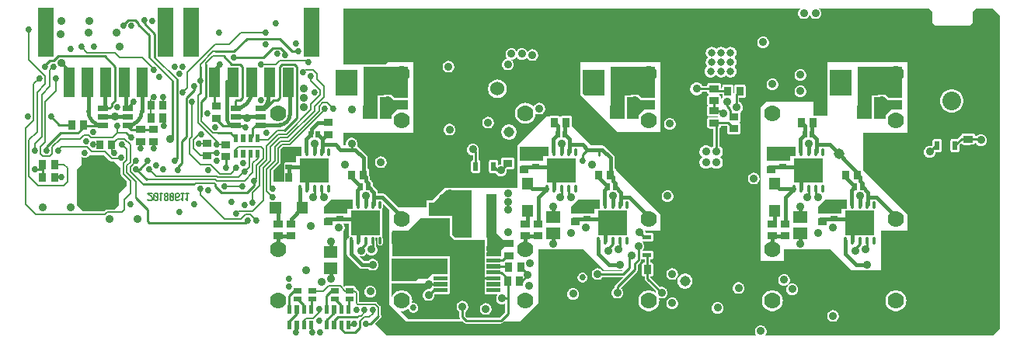
<source format=gbr>
G04 start of page 5 for group 3 idx 3 *
G04 Title: fet12v2logic, bottom *
G04 Creator: pcb 20140316 *
G04 CreationDate: Wed 13 Jun 2018 07:44:19 AM GMT UTC *
G04 For: brian *
G04 Format: Gerber/RS-274X *
G04 PCB-Dimensions (mil): 6000.00 5000.00 *
G04 PCB-Coordinate-Origin: lower left *
%MOIN*%
%FSLAX25Y25*%
%LNBOTTOM*%
%ADD124C,0.0512*%
%ADD123C,0.0118*%
%ADD122C,0.0370*%
%ADD121C,0.0350*%
%ADD120C,0.0130*%
%ADD119C,0.0250*%
%ADD118C,0.0200*%
%ADD117C,0.0118*%
%ADD116C,0.0600*%
%ADD115C,0.0275*%
%ADD114C,0.0450*%
%ADD113C,0.0360*%
%ADD112R,0.0236X0.0236*%
%ADD111R,0.0669X0.0669*%
%ADD110R,0.0472X0.0472*%
%ADD109R,0.1339X0.1339*%
%ADD108R,0.0949X0.0949*%
%ADD107R,0.0460X0.0460*%
%ADD106R,0.0480X0.0480*%
%ADD105R,0.0177X0.0177*%
%ADD104C,0.0138*%
%ADD103R,0.1047X0.1047*%
%ADD102R,0.0197X0.0197*%
%ADD101R,0.0217X0.0217*%
%ADD100R,0.0512X0.0512*%
%ADD99R,0.0295X0.0295*%
%ADD98R,0.0189X0.0189*%
%ADD97C,0.0318*%
%ADD96C,0.0800*%
%ADD95C,0.0295*%
%ADD94C,0.0700*%
%ADD93C,0.0060*%
%ADD92C,0.0080*%
%ADD91C,0.0150*%
%ADD90C,0.0100*%
%ADD89C,0.0001*%
G54D89*G36*
X334500Y123500D02*Y129500D01*
X347000D01*
Y125500D01*
X344500D01*
Y123500D01*
X334500D01*
G37*
G36*
X361500Y152500D02*Y162500D01*
X371000D01*
Y151500D01*
X362500D01*
X361500Y152500D01*
G37*
G36*
X317000Y125500D02*Y132000D01*
X322000D01*
Y125500D01*
X317000D01*
G37*
G36*
X326000Y125000D02*Y130500D01*
X333000D01*
Y125000D01*
X326000D01*
G37*
G36*
X356500Y104000D02*X359500Y107000D01*
X369000D01*
Y103000D01*
X366500D01*
Y101000D01*
X356500D01*
Y104000D01*
G37*
G36*
X320500Y82500D02*Y109000D01*
X324500D01*
Y92500D01*
X327500Y89500D01*
X332000D01*
Y86500D01*
X328000D01*
X326500Y85000D01*
Y82500D01*
X320500D01*
G37*
G36*
X295500Y100000D02*Y105500D01*
X297500D01*
X303000Y111000D01*
X314000D01*
Y90500D01*
X307000D01*
X305500Y92000D01*
Y100000D01*
X295500D01*
G37*
G36*
X392000Y73500D02*Y80500D01*
X397500D01*
Y73500D01*
X392000D01*
G37*
G36*
X527000Y181500D02*X527500D01*
X529000Y183000D01*
Y187500D01*
X530500Y189000D01*
X537500D01*
X540500Y186000D01*
Y51500D01*
X537500Y48500D01*
X527000D01*
Y130469D01*
X529125Y130474D01*
X529278Y130511D01*
X529423Y130571D01*
X529558Y130653D01*
X529677Y130756D01*
X529780Y130875D01*
X529862Y131010D01*
X529922Y131155D01*
X529959Y131308D01*
X529968Y131465D01*
X529967Y131800D01*
X530097D01*
X530115Y131725D01*
X530266Y131362D01*
X530471Y131026D01*
X530727Y130727D01*
X531026Y130471D01*
X531362Y130266D01*
X531725Y130115D01*
X532108Y130023D01*
X532500Y129992D01*
X532892Y130023D01*
X533275Y130115D01*
X533638Y130266D01*
X533974Y130471D01*
X534273Y130727D01*
X534529Y131026D01*
X534734Y131362D01*
X534885Y131725D01*
X534977Y132108D01*
X535000Y132500D01*
X534977Y132892D01*
X534885Y133275D01*
X534734Y133638D01*
X534529Y133974D01*
X534273Y134273D01*
X533974Y134529D01*
X533638Y134734D01*
X533275Y134885D01*
X532892Y134977D01*
X532500Y135008D01*
X532108Y134977D01*
X531725Y134885D01*
X531362Y134734D01*
X531026Y134529D01*
X530727Y134273D01*
X530664Y134200D01*
X529960D01*
X529959Y134574D01*
X529922Y134727D01*
X529862Y134872D01*
X529780Y135007D01*
X529677Y135126D01*
X529558Y135229D01*
X529423Y135311D01*
X529278Y135371D01*
X529125Y135408D01*
X528968Y135417D01*
X527000Y135413D01*
Y135587D01*
X529125Y135592D01*
X529278Y135629D01*
X529423Y135689D01*
X529558Y135771D01*
X529677Y135874D01*
X529780Y135993D01*
X529862Y136128D01*
X529922Y136273D01*
X529959Y136426D01*
X529968Y136583D01*
X529959Y139692D01*
X529922Y139845D01*
X529862Y139990D01*
X529780Y140125D01*
X529677Y140244D01*
X529558Y140347D01*
X529423Y140429D01*
X529278Y140489D01*
X529125Y140526D01*
X528968Y140535D01*
X527000Y140531D01*
Y181500D01*
G37*
G36*
X517500D02*X527000D01*
Y140531D01*
X524875Y140526D01*
X524722Y140489D01*
X524577Y140429D01*
X524442Y140347D01*
X524323Y140244D01*
X524220Y140125D01*
X524138Y139990D01*
X524078Y139845D01*
X524041Y139692D01*
X524032Y139535D01*
X524041Y136426D01*
X524078Y136273D01*
X524138Y136128D01*
X524220Y135993D01*
X524323Y135874D01*
X524442Y135771D01*
X524577Y135689D01*
X524722Y135629D01*
X524875Y135592D01*
X525032Y135583D01*
X527000Y135587D01*
Y135413D01*
X524875Y135408D01*
X524722Y135371D01*
X524577Y135311D01*
X524442Y135229D01*
X524323Y135126D01*
X524220Y135007D01*
X524138Y134872D01*
X524078Y134727D01*
X524041Y134574D01*
X524032Y134417D01*
X524033Y134195D01*
X523949Y134189D01*
X523766Y134145D01*
X523591Y134073D01*
X523430Y133974D01*
X523430Y133974D01*
X523287Y133851D01*
X523256Y133815D01*
X522471Y133030D01*
X522421Y133042D01*
X522264Y133051D01*
X520217Y133042D01*
X520064Y133005D01*
X519919Y132945D01*
X519784Y132863D01*
X519665Y132760D01*
X519562Y132641D01*
X519480Y132507D01*
X519420Y132361D01*
X519383Y132208D01*
X519374Y132051D01*
X519383Y128154D01*
X519420Y128001D01*
X519480Y127856D01*
X519562Y127721D01*
X519665Y127602D01*
X519784Y127500D01*
X519919Y127417D01*
X520064Y127357D01*
X520217Y127320D01*
X520374Y127311D01*
X522421Y127320D01*
X522574Y127357D01*
X522719Y127417D01*
X522853Y127500D01*
X522973Y127602D01*
X523075Y127721D01*
X523158Y127856D01*
X523218Y128001D01*
X523255Y128154D01*
X523264Y128311D01*
X523259Y130424D01*
X524061Y131226D01*
X524078Y131155D01*
X524138Y131010D01*
X524220Y130875D01*
X524323Y130756D01*
X524442Y130653D01*
X524577Y130571D01*
X524722Y130511D01*
X524875Y130474D01*
X525032Y130465D01*
X527000Y130469D01*
Y48500D01*
X517500D01*
Y134953D01*
X518602Y134958D01*
X518755Y134995D01*
X518900Y135055D01*
X519034Y135137D01*
X519154Y135240D01*
X519256Y135359D01*
X519339Y135493D01*
X519399Y135639D01*
X519436Y135792D01*
X519445Y135949D01*
X519436Y139846D01*
X519399Y139999D01*
X519339Y140144D01*
X519256Y140279D01*
X519154Y140398D01*
X519034Y140500D01*
X518900Y140583D01*
X518755Y140643D01*
X518602Y140680D01*
X518445Y140689D01*
X517500Y140685D01*
Y144952D01*
X517723Y144815D01*
X518450Y144514D01*
X519215Y144330D01*
X520000Y144269D01*
X520785Y144330D01*
X521550Y144514D01*
X522277Y144815D01*
X522948Y145226D01*
X523546Y145738D01*
X524058Y146336D01*
X524469Y147007D01*
X524770Y147734D01*
X524954Y148499D01*
X525000Y149284D01*
X524954Y150069D01*
X524770Y150834D01*
X524469Y151561D01*
X524058Y152232D01*
X523546Y152830D01*
X522948Y153342D01*
X522277Y153753D01*
X521550Y154054D01*
X520785Y154238D01*
X520000Y154299D01*
X519215Y154238D01*
X518450Y154054D01*
X517723Y153753D01*
X517500Y153616D01*
Y181500D01*
G37*
G36*
X511809Y182691D02*X513000Y181500D01*
X517500D01*
Y153616D01*
X517052Y153342D01*
X516454Y152830D01*
X515942Y152232D01*
X515531Y151561D01*
X515230Y150834D01*
X515046Y150069D01*
X514985Y149284D01*
X515046Y148499D01*
X515230Y147734D01*
X515531Y147007D01*
X515942Y146336D01*
X516454Y145738D01*
X517052Y145226D01*
X517500Y144952D01*
Y140685D01*
X516398Y140680D01*
X516245Y140643D01*
X516100Y140583D01*
X515966Y140500D01*
X515846Y140398D01*
X515744Y140279D01*
X515661Y140144D01*
X515601Y139999D01*
X515564Y139846D01*
X515555Y139689D01*
X515564Y135792D01*
X515601Y135639D01*
X515661Y135493D01*
X515744Y135359D01*
X515846Y135240D01*
X515966Y135137D01*
X516100Y135055D01*
X516245Y134995D01*
X516398Y134958D01*
X516555Y134949D01*
X517500Y134953D01*
Y48500D01*
X511809D01*
Y125370D01*
X511974Y125471D01*
X512273Y125727D01*
X512529Y126026D01*
X512734Y126362D01*
X512885Y126725D01*
X512977Y127108D01*
X512989Y127312D01*
X514783Y127320D01*
X514936Y127357D01*
X515081Y127417D01*
X515216Y127500D01*
X515335Y127602D01*
X515437Y127721D01*
X515520Y127856D01*
X515580Y128001D01*
X515617Y128154D01*
X515626Y128311D01*
X515617Y132208D01*
X515580Y132361D01*
X515520Y132507D01*
X515437Y132641D01*
X515335Y132760D01*
X515216Y132863D01*
X515081Y132945D01*
X514936Y133005D01*
X514783Y133042D01*
X514626Y133051D01*
X512579Y133042D01*
X512426Y133005D01*
X512281Y132945D01*
X512147Y132863D01*
X512027Y132760D01*
X511925Y132641D01*
X511842Y132507D01*
X511809Y132426D01*
Y182691D01*
G37*
G36*
X495993Y189000D02*X510000D01*
X511500Y187500D01*
Y183000D01*
X511809Y182691D01*
Y132426D01*
X511782Y132361D01*
X511745Y132208D01*
X511736Y132051D01*
X511740Y130437D01*
X511205Y129902D01*
X510892Y129977D01*
X510500Y130008D01*
X510108Y129977D01*
X509725Y129885D01*
X509362Y129734D01*
X509026Y129529D01*
X508727Y129273D01*
X508471Y128974D01*
X508266Y128638D01*
X508115Y128275D01*
X508023Y127892D01*
X507992Y127500D01*
X508023Y127108D01*
X508115Y126725D01*
X508266Y126362D01*
X508471Y126026D01*
X508727Y125727D01*
X509026Y125471D01*
X509362Y125266D01*
X509725Y125115D01*
X510108Y125023D01*
X510500Y124992D01*
X510892Y125023D01*
X511275Y125115D01*
X511638Y125266D01*
X511809Y125370D01*
Y48500D01*
X495993D01*
Y58987D01*
X496000Y58986D01*
X496706Y59042D01*
X497395Y59207D01*
X498049Y59478D01*
X498653Y59848D01*
X499192Y60308D01*
X499652Y60847D01*
X500022Y61451D01*
X500293Y62105D01*
X500458Y62794D01*
X500500Y63500D01*
X500458Y64206D01*
X500293Y64895D01*
X500022Y65549D01*
X499652Y66153D01*
X499192Y66692D01*
X498653Y67152D01*
X498049Y67522D01*
X497395Y67793D01*
X496706Y67958D01*
X496000Y68014D01*
X495993Y68013D01*
Y93500D01*
X501000D01*
Y100500D01*
X495993Y105507D01*
Y135500D01*
X501000D01*
Y166000D01*
X495993D01*
Y189000D01*
G37*
G36*
Y105507D02*X482026Y119474D01*
X482026Y119625D01*
X482000Y119732D01*
Y135500D01*
X495993D01*
Y105507D01*
G37*
G36*
Y48500D02*X469500D01*
Y54549D01*
X469775Y54615D01*
X470138Y54766D01*
X470474Y54971D01*
X470773Y55227D01*
X471029Y55526D01*
X471234Y55862D01*
X471385Y56225D01*
X471477Y56608D01*
X471500Y57000D01*
X471477Y57392D01*
X471385Y57775D01*
X471234Y58138D01*
X471029Y58474D01*
X470773Y58773D01*
X470474Y59029D01*
X470138Y59234D01*
X469775Y59385D01*
X469500Y59451D01*
Y84000D01*
X477000Y76500D01*
X483402D01*
X483500Y76492D01*
X483598Y76500D01*
X489500D01*
Y93500D01*
X495993D01*
Y68013D01*
X495294Y67958D01*
X494605Y67793D01*
X493951Y67522D01*
X493347Y67152D01*
X492808Y66692D01*
X492348Y66153D01*
X491978Y65549D01*
X491707Y64895D01*
X491542Y64206D01*
X491486Y63500D01*
X491542Y62794D01*
X491707Y62105D01*
X491978Y61451D01*
X492348Y60847D01*
X492808Y60308D01*
X493347Y59848D01*
X493951Y59478D01*
X494605Y59207D01*
X495294Y59042D01*
X495993Y58987D01*
Y48500D01*
G37*
G36*
X469500Y189000D02*X495993D01*
Y166000D01*
X469500D01*
Y189000D01*
G37*
G36*
X419613Y152091D02*X420125Y152092D01*
X420278Y152129D01*
X420423Y152189D01*
X420558Y152271D01*
X420591Y152300D01*
X421472D01*
X421474Y151375D01*
X421511Y151222D01*
X421571Y151077D01*
X421588Y151049D01*
X421514Y150986D01*
X421228Y150651D01*
X420997Y150275D01*
X420961Y150188D01*
X420959Y151074D01*
X420922Y151227D01*
X420862Y151372D01*
X420780Y151507D01*
X420677Y151626D01*
X420558Y151729D01*
X420423Y151811D01*
X420278Y151871D01*
X420125Y151908D01*
X419968Y151917D01*
X419613Y151916D01*
Y152091D01*
G37*
G36*
Y142536D02*X419687Y142416D01*
X419613Y142416D01*
Y142536D01*
G37*
G36*
X451496Y85500D02*X454902D01*
X455000Y85492D01*
X455098Y85500D01*
X468000D01*
X469500Y84000D01*
Y59451D01*
X469392Y59477D01*
X469000Y59508D01*
X468608Y59477D01*
X468225Y59385D01*
X467862Y59234D01*
X467526Y59029D01*
X467227Y58773D01*
X466971Y58474D01*
X466766Y58138D01*
X466615Y57775D01*
X466523Y57392D01*
X466492Y57000D01*
X466523Y56608D01*
X466615Y56225D01*
X466766Y55862D01*
X466971Y55526D01*
X467227Y55227D01*
X467526Y54971D01*
X467862Y54766D01*
X468225Y54615D01*
X468608Y54523D01*
X469000Y54492D01*
X469392Y54523D01*
X469500Y54549D01*
Y48500D01*
X451496D01*
Y65993D01*
X451500Y65992D01*
X451892Y66023D01*
X452275Y66115D01*
X452638Y66266D01*
X452974Y66471D01*
X453273Y66727D01*
X453529Y67026D01*
X453734Y67362D01*
X453885Y67725D01*
X453977Y68108D01*
X454000Y68500D01*
X453977Y68892D01*
X453885Y69275D01*
X453734Y69638D01*
X453529Y69974D01*
X453273Y70273D01*
X452974Y70529D01*
X452638Y70734D01*
X452275Y70885D01*
X451892Y70977D01*
X451500Y71008D01*
X451496Y71007D01*
Y85500D01*
G37*
G36*
X447996Y80500D02*X448000D01*
Y85500D01*
X451496D01*
Y71007D01*
X451108Y70977D01*
X450725Y70885D01*
X450362Y70734D01*
X450026Y70529D01*
X449727Y70273D01*
X449471Y69974D01*
X449266Y69638D01*
X449115Y69275D01*
X449023Y68892D01*
X448992Y68500D01*
X449023Y68108D01*
X449115Y67725D01*
X449266Y67362D01*
X449471Y67026D01*
X449727Y66727D01*
X450026Y66471D01*
X450362Y66266D01*
X450725Y66115D01*
X451108Y66023D01*
X451496Y65993D01*
Y48500D01*
X447996D01*
Y69993D01*
X448000Y69992D01*
X448392Y70023D01*
X448775Y70115D01*
X449138Y70266D01*
X449474Y70471D01*
X449773Y70727D01*
X450029Y71026D01*
X450234Y71362D01*
X450385Y71725D01*
X450477Y72108D01*
X450500Y72500D01*
X450477Y72892D01*
X450385Y73275D01*
X450234Y73638D01*
X450029Y73974D01*
X449773Y74273D01*
X449474Y74529D01*
X449138Y74734D01*
X448775Y74885D01*
X448392Y74977D01*
X448000Y75008D01*
X447996Y75007D01*
Y80500D01*
G37*
G36*
X438996D02*X447996D01*
Y75007D01*
X447608Y74977D01*
X447225Y74885D01*
X446862Y74734D01*
X446526Y74529D01*
X446227Y74273D01*
X445971Y73974D01*
X445766Y73638D01*
X445615Y73275D01*
X445523Y72892D01*
X445492Y72500D01*
X445523Y72108D01*
X445615Y71725D01*
X445766Y71362D01*
X445971Y71026D01*
X446227Y70727D01*
X446526Y70471D01*
X446862Y70266D01*
X447225Y70115D01*
X447608Y70023D01*
X447996Y69993D01*
Y48500D01*
X439508D01*
X439773Y48727D01*
X440029Y49026D01*
X440234Y49362D01*
X440385Y49725D01*
X440477Y50108D01*
X440500Y50500D01*
X440477Y50892D01*
X440385Y51275D01*
X440234Y51638D01*
X440029Y51974D01*
X439773Y52273D01*
X439474Y52529D01*
X439138Y52734D01*
X438996Y52793D01*
Y61421D01*
X439348Y60847D01*
X439808Y60308D01*
X440347Y59848D01*
X440951Y59478D01*
X441605Y59207D01*
X442294Y59042D01*
X443000Y58986D01*
X443706Y59042D01*
X444395Y59207D01*
X445049Y59478D01*
X445653Y59848D01*
X446192Y60308D01*
X446652Y60847D01*
X447022Y61451D01*
X447293Y62105D01*
X447458Y62794D01*
X447500Y63500D01*
X447458Y64206D01*
X447293Y64895D01*
X447022Y65549D01*
X446652Y66153D01*
X446192Y66692D01*
X445653Y67152D01*
X445049Y67522D01*
X444395Y67793D01*
X443706Y67958D01*
X443000Y68014D01*
X442294Y67958D01*
X441605Y67793D01*
X440951Y67522D01*
X440347Y67152D01*
X439808Y66692D01*
X439348Y66153D01*
X438996Y65579D01*
Y80500D01*
G37*
G36*
X454996Y184997D02*X455026Y184971D01*
X455362Y184766D01*
X455725Y184615D01*
X456108Y184523D01*
X456500Y184492D01*
X456892Y184523D01*
X457275Y184615D01*
X457638Y184766D01*
X457974Y184971D01*
X458273Y185227D01*
X458529Y185526D01*
X458734Y185862D01*
X458885Y186225D01*
X458977Y186608D01*
X458997Y186944D01*
X459023Y186608D01*
X459115Y186225D01*
X459266Y185862D01*
X459471Y185526D01*
X459727Y185227D01*
X460026Y184971D01*
X460362Y184766D01*
X460725Y184615D01*
X461108Y184523D01*
X461500Y184492D01*
X461892Y184523D01*
X462275Y184615D01*
X462638Y184766D01*
X462974Y184971D01*
X463273Y185227D01*
X463529Y185526D01*
X463734Y185862D01*
X463885Y186225D01*
X463977Y186608D01*
X464000Y187000D01*
X463977Y187392D01*
X463885Y187775D01*
X463734Y188138D01*
X463529Y188474D01*
X463273Y188773D01*
X463008Y189000D01*
X469500D01*
Y166000D01*
X466500D01*
Y143000D01*
X460500D01*
Y149000D01*
X454996D01*
Y150993D01*
X455000Y150992D01*
X455392Y151023D01*
X455775Y151115D01*
X456138Y151266D01*
X456474Y151471D01*
X456773Y151727D01*
X457029Y152026D01*
X457234Y152362D01*
X457385Y152725D01*
X457477Y153108D01*
X457500Y153500D01*
X457477Y153892D01*
X457385Y154275D01*
X457234Y154638D01*
X457029Y154974D01*
X456773Y155273D01*
X456474Y155529D01*
X456138Y155734D01*
X455775Y155885D01*
X455392Y155977D01*
X455000Y156008D01*
X454996Y156007D01*
Y157993D01*
X455000Y157992D01*
X455392Y158023D01*
X455775Y158115D01*
X456138Y158266D01*
X456474Y158471D01*
X456773Y158727D01*
X457029Y159026D01*
X457234Y159362D01*
X457385Y159725D01*
X457477Y160108D01*
X457500Y160500D01*
X457477Y160892D01*
X457385Y161275D01*
X457234Y161638D01*
X457029Y161974D01*
X456773Y162273D01*
X456474Y162529D01*
X456138Y162734D01*
X455775Y162885D01*
X455392Y162977D01*
X455000Y163008D01*
X454996Y163007D01*
Y184997D01*
G37*
G36*
X442996Y189000D02*X454992D01*
X454727Y188773D01*
X454471Y188474D01*
X454266Y188138D01*
X454115Y187775D01*
X454023Y187392D01*
X453992Y187000D01*
X454023Y186608D01*
X454115Y186225D01*
X454266Y185862D01*
X454471Y185526D01*
X454727Y185227D01*
X454996Y184997D01*
Y163007D01*
X454608Y162977D01*
X454225Y162885D01*
X453862Y162734D01*
X453526Y162529D01*
X453227Y162273D01*
X452971Y161974D01*
X452766Y161638D01*
X452615Y161275D01*
X452523Y160892D01*
X452492Y160500D01*
X452523Y160108D01*
X452615Y159725D01*
X452766Y159362D01*
X452971Y159026D01*
X453227Y158727D01*
X453526Y158471D01*
X453862Y158266D01*
X454225Y158115D01*
X454608Y158023D01*
X454996Y157993D01*
Y156007D01*
X454608Y155977D01*
X454225Y155885D01*
X453862Y155734D01*
X453526Y155529D01*
X453227Y155273D01*
X452971Y154974D01*
X452766Y154638D01*
X452615Y154275D01*
X452523Y153892D01*
X452492Y153500D01*
X452523Y153108D01*
X452615Y152725D01*
X452766Y152362D01*
X452971Y152026D01*
X453227Y151727D01*
X453526Y151471D01*
X453862Y151266D01*
X454225Y151115D01*
X454608Y151023D01*
X454996Y150993D01*
Y149000D01*
X442996D01*
Y153993D01*
X443000Y153992D01*
X443392Y154023D01*
X443775Y154115D01*
X444138Y154266D01*
X444474Y154471D01*
X444773Y154727D01*
X445029Y155026D01*
X445234Y155362D01*
X445385Y155725D01*
X445477Y156108D01*
X445500Y156500D01*
X445477Y156892D01*
X445385Y157275D01*
X445234Y157638D01*
X445029Y157974D01*
X444773Y158273D01*
X444474Y158529D01*
X444138Y158734D01*
X443775Y158885D01*
X443392Y158977D01*
X443000Y159008D01*
X442996Y159007D01*
Y189000D01*
G37*
G36*
X438996D02*X442996D01*
Y159007D01*
X442608Y158977D01*
X442225Y158885D01*
X441862Y158734D01*
X441526Y158529D01*
X441227Y158273D01*
X440971Y157974D01*
X440766Y157638D01*
X440615Y157275D01*
X440523Y156892D01*
X440492Y156500D01*
X440523Y156108D01*
X440615Y155725D01*
X440766Y155362D01*
X440971Y155026D01*
X441227Y154727D01*
X441526Y154471D01*
X441862Y154266D01*
X442225Y154115D01*
X442608Y154023D01*
X442996Y153993D01*
Y149000D01*
X440500D01*
X438996Y147496D01*
Y171993D01*
X439000Y171992D01*
X439392Y172023D01*
X439775Y172115D01*
X440138Y172266D01*
X440474Y172471D01*
X440773Y172727D01*
X441029Y173026D01*
X441234Y173362D01*
X441385Y173725D01*
X441477Y174108D01*
X441500Y174500D01*
X441477Y174892D01*
X441385Y175275D01*
X441234Y175638D01*
X441029Y175974D01*
X440773Y176273D01*
X440474Y176529D01*
X440138Y176734D01*
X439775Y176885D01*
X439392Y176977D01*
X439000Y177008D01*
X438996Y177007D01*
Y189000D01*
G37*
G36*
X434996D02*X438996D01*
Y177007D01*
X438608Y176977D01*
X438225Y176885D01*
X437862Y176734D01*
X437526Y176529D01*
X437227Y176273D01*
X436971Y175974D01*
X436766Y175638D01*
X436615Y175275D01*
X436523Y174892D01*
X436492Y174500D01*
X436523Y174108D01*
X436615Y173725D01*
X436766Y173362D01*
X436971Y173026D01*
X437227Y172727D01*
X437526Y172471D01*
X437862Y172266D01*
X438225Y172115D01*
X438608Y172023D01*
X438996Y171993D01*
Y147496D01*
X438000Y146500D01*
Y80500D01*
X438996D01*
Y65579D01*
X438978Y65549D01*
X438707Y64895D01*
X438542Y64206D01*
X438486Y63500D01*
X438542Y62794D01*
X438707Y62105D01*
X438978Y61451D01*
X438996Y61421D01*
Y52793D01*
X438775Y52885D01*
X438392Y52977D01*
X438000Y53008D01*
X437608Y52977D01*
X437225Y52885D01*
X436862Y52734D01*
X436526Y52529D01*
X436227Y52273D01*
X435971Y51974D01*
X435766Y51638D01*
X435615Y51275D01*
X435523Y50892D01*
X435492Y50500D01*
X435523Y50108D01*
X435615Y49725D01*
X435766Y49362D01*
X435971Y49026D01*
X436227Y48727D01*
X436492Y48500D01*
X434996D01*
Y113493D01*
X435000Y113492D01*
X435392Y113523D01*
X435775Y113615D01*
X436138Y113766D01*
X436474Y113971D01*
X436773Y114227D01*
X437029Y114526D01*
X437234Y114862D01*
X437385Y115225D01*
X437477Y115608D01*
X437500Y116000D01*
X437477Y116392D01*
X437385Y116775D01*
X437234Y117138D01*
X437029Y117474D01*
X436773Y117773D01*
X436474Y118029D01*
X436138Y118234D01*
X435775Y118385D01*
X435392Y118477D01*
X435000Y118508D01*
X434996Y118507D01*
Y189000D01*
G37*
G36*
X428496D02*X434996D01*
Y118507D01*
X434608Y118477D01*
X434225Y118385D01*
X433862Y118234D01*
X433526Y118029D01*
X433227Y117773D01*
X432971Y117474D01*
X432766Y117138D01*
X432615Y116775D01*
X432523Y116392D01*
X432492Y116000D01*
X432523Y115608D01*
X432615Y115225D01*
X432766Y114862D01*
X432971Y114526D01*
X433227Y114227D01*
X433526Y113971D01*
X433862Y113766D01*
X434225Y113615D01*
X434608Y113523D01*
X434996Y113493D01*
Y48500D01*
X428496D01*
Y66493D01*
X428500Y66492D01*
X428892Y66523D01*
X429275Y66615D01*
X429638Y66766D01*
X429974Y66971D01*
X430273Y67227D01*
X430529Y67526D01*
X430734Y67862D01*
X430885Y68225D01*
X430977Y68608D01*
X431000Y69000D01*
X430977Y69392D01*
X430885Y69775D01*
X430734Y70138D01*
X430529Y70474D01*
X430273Y70773D01*
X429974Y71029D01*
X429638Y71234D01*
X429275Y71385D01*
X428892Y71477D01*
X428500Y71508D01*
X428496Y71507D01*
Y134974D01*
X428625Y134974D01*
X428778Y135011D01*
X428923Y135071D01*
X429058Y135153D01*
X429177Y135256D01*
X429280Y135375D01*
X429362Y135510D01*
X429422Y135655D01*
X429459Y135808D01*
X429468Y135965D01*
X429459Y139074D01*
X429422Y139227D01*
X429362Y139372D01*
X429280Y139507D01*
X429177Y139626D01*
X429058Y139729D01*
X428923Y139811D01*
X428778Y139871D01*
X428625Y139908D01*
X428496Y139915D01*
Y140092D01*
X428625Y140092D01*
X428778Y140129D01*
X428923Y140189D01*
X429058Y140271D01*
X429177Y140374D01*
X429280Y140493D01*
X429362Y140628D01*
X429422Y140773D01*
X429459Y140926D01*
X429468Y141083D01*
X429459Y144192D01*
X429422Y144345D01*
X429387Y144429D01*
X429486Y144514D01*
X429772Y144849D01*
X430003Y145225D01*
X430171Y145632D01*
X430274Y146061D01*
X430300Y146500D01*
X430274Y146939D01*
X430171Y147368D01*
X430003Y147775D01*
X429772Y148151D01*
X429486Y148486D01*
X429151Y148772D01*
X428775Y149003D01*
X428700Y149034D01*
Y150535D01*
X430692Y150541D01*
X430845Y150578D01*
X430990Y150638D01*
X431125Y150720D01*
X431244Y150823D01*
X431347Y150942D01*
X431429Y151077D01*
X431489Y151222D01*
X431526Y151375D01*
X431535Y151532D01*
X431526Y155625D01*
X431489Y155778D01*
X431429Y155923D01*
X431347Y156058D01*
X431244Y156177D01*
X431125Y156280D01*
X430990Y156362D01*
X430845Y156422D01*
X430692Y156459D01*
X430535Y156468D01*
X428496Y156462D01*
Y189000D01*
G37*
G36*
Y139915D02*X428468Y139917D01*
X425727Y139911D01*
X425553Y140085D01*
X428496Y140092D01*
Y139915D01*
G37*
G36*
Y48500D02*X419613D01*
Y58001D01*
X419892Y58023D01*
X420275Y58115D01*
X420638Y58266D01*
X420974Y58471D01*
X421273Y58727D01*
X421529Y59026D01*
X421734Y59362D01*
X421885Y59725D01*
X421977Y60108D01*
X422000Y60500D01*
X421977Y60892D01*
X421885Y61275D01*
X421734Y61638D01*
X421529Y61974D01*
X421273Y62273D01*
X420974Y62529D01*
X420638Y62734D01*
X420275Y62885D01*
X419892Y62977D01*
X419613Y62999D01*
Y120268D01*
X419868Y120329D01*
X420275Y120497D01*
X420651Y120728D01*
X420986Y121014D01*
X421272Y121349D01*
X421503Y121725D01*
X421671Y122132D01*
X421774Y122561D01*
X421800Y123000D01*
X421774Y123439D01*
X421671Y123868D01*
X421503Y124275D01*
X421272Y124651D01*
X420986Y124986D01*
X420677Y125250D01*
X420986Y125514D01*
X421272Y125849D01*
X421503Y126225D01*
X421671Y126632D01*
X421774Y127061D01*
X421800Y127500D01*
X421774Y127939D01*
X421671Y128368D01*
X421503Y128775D01*
X421272Y129151D01*
X420986Y129486D01*
X420651Y129772D01*
X420275Y130003D01*
X420200Y130034D01*
Y137492D01*
X420278Y137511D01*
X420423Y137571D01*
X420558Y137653D01*
X420677Y137756D01*
X420780Y137875D01*
X420862Y138010D01*
X420922Y138155D01*
X420959Y138308D01*
X420968Y138465D01*
X420967Y138741D01*
X423503D01*
X423533Y138711D01*
X423541Y135808D01*
X423578Y135655D01*
X423638Y135510D01*
X423720Y135375D01*
X423823Y135256D01*
X423942Y135153D01*
X424077Y135071D01*
X424222Y135011D01*
X424375Y134974D01*
X424532Y134965D01*
X428496Y134974D01*
Y71507D01*
X428108Y71477D01*
X427725Y71385D01*
X427362Y71234D01*
X427026Y71029D01*
X426727Y70773D01*
X426471Y70474D01*
X426266Y70138D01*
X426115Y69775D01*
X426023Y69392D01*
X425992Y69000D01*
X426023Y68608D01*
X426115Y68225D01*
X426266Y67862D01*
X426471Y67526D01*
X426727Y67227D01*
X427026Y66971D01*
X427362Y66766D01*
X427725Y66615D01*
X428108Y66523D01*
X428496Y66493D01*
Y48500D01*
G37*
G36*
X419613Y189000D02*X428496D01*
Y156462D01*
X427426Y156459D01*
X427273Y156422D01*
X427128Y156362D01*
X426993Y156280D01*
X426874Y156177D01*
X426771Y156058D01*
X426689Y155923D01*
X426629Y155778D01*
X426592Y155625D01*
X426583Y155468D01*
X426589Y152722D01*
X426526Y152648D01*
X426427Y152487D01*
X426415Y152457D01*
X426408Y155625D01*
X426371Y155778D01*
X426311Y155923D01*
X426229Y156058D01*
X426126Y156177D01*
X426007Y156280D01*
X425872Y156362D01*
X425727Y156422D01*
X425574Y156459D01*
X425417Y156468D01*
X422308Y156459D01*
X422155Y156422D01*
X422010Y156362D01*
X421875Y156280D01*
X421756Y156177D01*
X421653Y156058D01*
X421571Y155923D01*
X421511Y155778D01*
X421474Y155625D01*
X421465Y155468D01*
X421467Y154700D01*
X420963D01*
X420959Y156192D01*
X420922Y156345D01*
X420862Y156490D01*
X420780Y156625D01*
X420677Y156744D01*
X420558Y156847D01*
X420423Y156929D01*
X420278Y156989D01*
X420125Y157026D01*
X419968Y157035D01*
X419613Y157034D01*
Y159812D01*
X419820Y159685D01*
X420197Y159529D01*
X420594Y159434D01*
X421000Y159402D01*
X421406Y159434D01*
X421803Y159529D01*
X422180Y159685D01*
X422527Y159898D01*
X422837Y160163D01*
X423000Y160353D01*
X423163Y160163D01*
X423473Y159898D01*
X423820Y159685D01*
X424197Y159529D01*
X424594Y159434D01*
X425000Y159402D01*
X425406Y159434D01*
X425803Y159529D01*
X426180Y159685D01*
X426527Y159898D01*
X426837Y160163D01*
X427102Y160473D01*
X427315Y160820D01*
X427471Y161197D01*
X427566Y161594D01*
X427590Y162000D01*
X427566Y162406D01*
X427471Y162803D01*
X427315Y163180D01*
X427102Y163527D01*
X426837Y163837D01*
X426647Y164000D01*
X426837Y164163D01*
X427102Y164473D01*
X427315Y164820D01*
X427471Y165197D01*
X427566Y165594D01*
X427590Y166000D01*
X427566Y166406D01*
X427471Y166803D01*
X427315Y167180D01*
X427102Y167527D01*
X426837Y167837D01*
X426647Y168000D01*
X426837Y168163D01*
X427102Y168473D01*
X427315Y168820D01*
X427471Y169197D01*
X427566Y169594D01*
X427590Y170000D01*
X427566Y170406D01*
X427471Y170803D01*
X427315Y171180D01*
X427102Y171527D01*
X426837Y171837D01*
X426527Y172102D01*
X426180Y172315D01*
X425803Y172471D01*
X425406Y172566D01*
X425000Y172598D01*
X424594Y172566D01*
X424197Y172471D01*
X423820Y172315D01*
X423473Y172102D01*
X423163Y171837D01*
X423000Y171647D01*
X422837Y171837D01*
X422527Y172102D01*
X422180Y172315D01*
X421803Y172471D01*
X421406Y172566D01*
X421000Y172598D01*
X420594Y172566D01*
X420197Y172471D01*
X419820Y172315D01*
X419613Y172188D01*
Y189000D01*
G37*
G36*
X405495D02*X419613D01*
Y172188D01*
X419473Y172102D01*
X419163Y171837D01*
X419000Y171647D01*
X418837Y171837D01*
X418527Y172102D01*
X418180Y172315D01*
X417803Y172471D01*
X417406Y172566D01*
X417000Y172598D01*
X416594Y172566D01*
X416197Y172471D01*
X415820Y172315D01*
X415473Y172102D01*
X415163Y171837D01*
X414898Y171527D01*
X414685Y171180D01*
X414529Y170803D01*
X414434Y170406D01*
X414402Y170000D01*
X414434Y169594D01*
X414529Y169197D01*
X414685Y168820D01*
X414898Y168473D01*
X415163Y168163D01*
X415353Y168000D01*
X415163Y167837D01*
X414898Y167527D01*
X414685Y167180D01*
X414529Y166803D01*
X414434Y166406D01*
X414402Y166000D01*
X414434Y165594D01*
X414529Y165197D01*
X414685Y164820D01*
X414898Y164473D01*
X415131Y164199D01*
X414973Y164102D01*
X414663Y163837D01*
X414398Y163527D01*
X414185Y163180D01*
X414029Y162803D01*
X413934Y162406D01*
X413902Y162000D01*
X413934Y161594D01*
X414029Y161197D01*
X414185Y160820D01*
X414398Y160473D01*
X414663Y160163D01*
X414973Y159898D01*
X415320Y159685D01*
X415697Y159529D01*
X416094Y159434D01*
X416500Y159402D01*
X416906Y159434D01*
X417303Y159529D01*
X417680Y159685D01*
X418027Y159898D01*
X418337Y160163D01*
X418602Y160473D01*
X418750Y160714D01*
X418898Y160473D01*
X419163Y160163D01*
X419473Y159898D01*
X419613Y159812D01*
Y157034D01*
X415875Y157026D01*
X415722Y156989D01*
X415577Y156929D01*
X415442Y156847D01*
X415323Y156744D01*
X415220Y156625D01*
X415138Y156490D01*
X415078Y156345D01*
X415041Y156192D01*
X415032Y156035D01*
X415033Y155759D01*
X413009D01*
X413003Y155775D01*
X412772Y156151D01*
X412486Y156486D01*
X412151Y156772D01*
X411775Y157003D01*
X411368Y157171D01*
X410939Y157274D01*
X410500Y157309D01*
X410061Y157274D01*
X409632Y157171D01*
X409225Y157003D01*
X408849Y156772D01*
X408514Y156486D01*
X408228Y156151D01*
X407997Y155775D01*
X407829Y155368D01*
X407726Y154939D01*
X407691Y154500D01*
X407726Y154061D01*
X407829Y153632D01*
X407997Y153225D01*
X408228Y152849D01*
X408514Y152514D01*
X408849Y152228D01*
X409225Y151997D01*
X409632Y151829D01*
X410061Y151726D01*
X410500Y151691D01*
X410939Y151726D01*
X411368Y151829D01*
X411775Y151997D01*
X412151Y152228D01*
X412486Y152514D01*
X412772Y152849D01*
X413003Y153225D01*
X413058Y153359D01*
X415040D01*
X415041Y152926D01*
X415078Y152773D01*
X415138Y152628D01*
X415220Y152493D01*
X415323Y152374D01*
X415442Y152271D01*
X415577Y152189D01*
X415722Y152129D01*
X415875Y152092D01*
X416032Y152083D01*
X419613Y152091D01*
Y151916D01*
X415875Y151908D01*
X415722Y151871D01*
X415577Y151811D01*
X415442Y151729D01*
X415323Y151626D01*
X415220Y151507D01*
X415138Y151372D01*
X415078Y151227D01*
X415041Y151074D01*
X415032Y150917D01*
X415041Y147808D01*
X415078Y147655D01*
X415138Y147510D01*
X415220Y147375D01*
X415323Y147256D01*
X415329Y147250D01*
X415323Y147244D01*
X415220Y147125D01*
X415138Y146990D01*
X415078Y146845D01*
X415041Y146692D01*
X415032Y146535D01*
X415041Y143426D01*
X415078Y143273D01*
X415138Y143128D01*
X415220Y142993D01*
X415323Y142874D01*
X415442Y142771D01*
X415577Y142689D01*
X415722Y142629D01*
X415875Y142592D01*
X416032Y142583D01*
X419580Y142591D01*
X419613Y142536D01*
Y142416D01*
X415875Y142408D01*
X415722Y142371D01*
X415577Y142311D01*
X415442Y142229D01*
X415323Y142126D01*
X415220Y142007D01*
X415138Y141872D01*
X415078Y141727D01*
X415041Y141574D01*
X415032Y141417D01*
X415041Y138308D01*
X415078Y138155D01*
X415138Y138010D01*
X415220Y137875D01*
X415323Y137756D01*
X415442Y137653D01*
X415577Y137571D01*
X415722Y137511D01*
X415875Y137474D01*
X416032Y137465D01*
X417800Y137469D01*
Y130034D01*
X417725Y130003D01*
X417349Y129772D01*
X417014Y129486D01*
X416750Y129177D01*
X416486Y129486D01*
X416151Y129772D01*
X415775Y130003D01*
X415368Y130171D01*
X414939Y130274D01*
X414500Y130309D01*
X414061Y130274D01*
X413632Y130171D01*
X413225Y130003D01*
X412849Y129772D01*
X412514Y129486D01*
X412228Y129151D01*
X411997Y128775D01*
X411829Y128368D01*
X411726Y127939D01*
X411691Y127500D01*
X411726Y127061D01*
X411829Y126632D01*
X411997Y126225D01*
X412228Y125849D01*
X412514Y125514D01*
X412823Y125250D01*
X412514Y124986D01*
X412228Y124651D01*
X411997Y124275D01*
X411829Y123868D01*
X411726Y123439D01*
X411691Y123000D01*
X411726Y122561D01*
X411829Y122132D01*
X411997Y121725D01*
X412228Y121349D01*
X412514Y121014D01*
X412849Y120728D01*
X413225Y120497D01*
X413632Y120329D01*
X414061Y120226D01*
X414500Y120191D01*
X414939Y120226D01*
X415368Y120329D01*
X415775Y120497D01*
X416151Y120728D01*
X416486Y121014D01*
X416750Y121323D01*
X417014Y121014D01*
X417349Y120728D01*
X417725Y120497D01*
X418132Y120329D01*
X418561Y120226D01*
X419000Y120191D01*
X419439Y120226D01*
X419613Y120268D01*
Y62999D01*
X419500Y63008D01*
X419108Y62977D01*
X418725Y62885D01*
X418362Y62734D01*
X418026Y62529D01*
X417727Y62273D01*
X417471Y61974D01*
X417266Y61638D01*
X417115Y61275D01*
X417023Y60892D01*
X416992Y60500D01*
X417023Y60108D01*
X417115Y59725D01*
X417266Y59362D01*
X417471Y59026D01*
X417727Y58727D01*
X418026Y58471D01*
X418362Y58266D01*
X418725Y58115D01*
X419108Y58023D01*
X419500Y57992D01*
X419613Y58001D01*
Y48500D01*
X405495D01*
Y68740D01*
X405500Y68740D01*
X406010Y68780D01*
X406507Y68900D01*
X406980Y69095D01*
X407416Y69363D01*
X407805Y69695D01*
X408137Y70084D01*
X408405Y70520D01*
X408600Y70993D01*
X408720Y71490D01*
X408750Y72000D01*
X408720Y72510D01*
X408600Y73007D01*
X408405Y73480D01*
X408137Y73916D01*
X407805Y74305D01*
X407416Y74637D01*
X406980Y74905D01*
X406507Y75100D01*
X406010Y75220D01*
X405500Y75260D01*
X405495Y75260D01*
Y189000D01*
G37*
G36*
X399996D02*X405495D01*
Y75260D01*
X404990Y75220D01*
X404493Y75100D01*
X404020Y74905D01*
X403584Y74637D01*
X403195Y74305D01*
X402863Y73916D01*
X402595Y73480D01*
X402400Y73007D01*
X402280Y72510D01*
X402240Y72000D01*
X402280Y71490D01*
X402400Y70993D01*
X402595Y70520D01*
X402863Y70084D01*
X403195Y69695D01*
X403584Y69363D01*
X404020Y69095D01*
X404493Y68900D01*
X404990Y68780D01*
X405495Y68740D01*
Y48500D01*
X399996D01*
Y59993D01*
X400000Y59992D01*
X400392Y60023D01*
X400775Y60115D01*
X401138Y60266D01*
X401474Y60471D01*
X401773Y60727D01*
X402029Y61026D01*
X402234Y61362D01*
X402385Y61725D01*
X402477Y62108D01*
X402500Y62500D01*
X402477Y62892D01*
X402385Y63275D01*
X402234Y63638D01*
X402029Y63974D01*
X401773Y64273D01*
X401474Y64529D01*
X401138Y64734D01*
X400775Y64885D01*
X400392Y64977D01*
X400000Y65008D01*
X399996Y65007D01*
Y72493D01*
X400000Y72492D01*
X400392Y72523D01*
X400775Y72615D01*
X401138Y72766D01*
X401474Y72971D01*
X401773Y73227D01*
X402029Y73526D01*
X402234Y73862D01*
X402385Y74225D01*
X402477Y74608D01*
X402500Y75000D01*
X402477Y75392D01*
X402385Y75775D01*
X402234Y76138D01*
X402029Y76474D01*
X401773Y76773D01*
X401474Y77029D01*
X401138Y77234D01*
X400775Y77385D01*
X400392Y77477D01*
X400000Y77508D01*
X399996Y77507D01*
Y106988D01*
X400029Y107026D01*
X400234Y107362D01*
X400385Y107725D01*
X400477Y108108D01*
X400500Y108500D01*
X400477Y108892D01*
X400385Y109275D01*
X400234Y109638D01*
X400029Y109974D01*
X399996Y110012D01*
Y137207D01*
X400138Y137266D01*
X400474Y137471D01*
X400773Y137727D01*
X401029Y138026D01*
X401234Y138362D01*
X401385Y138725D01*
X401477Y139108D01*
X401500Y139500D01*
X401477Y139892D01*
X401385Y140275D01*
X401234Y140638D01*
X401029Y140974D01*
X400773Y141273D01*
X400474Y141529D01*
X400138Y141734D01*
X399996Y141793D01*
Y189000D01*
G37*
G36*
X394559Y93500D02*X395000D01*
Y100500D01*
X394559Y100941D01*
Y136000D01*
X395000D01*
Y166000D01*
X394559D01*
Y189000D01*
X399996D01*
Y141793D01*
X399775Y141885D01*
X399392Y141977D01*
X399000Y142008D01*
X398608Y141977D01*
X398225Y141885D01*
X397862Y141734D01*
X397526Y141529D01*
X397227Y141273D01*
X396971Y140974D01*
X396766Y140638D01*
X396615Y140275D01*
X396523Y139892D01*
X396492Y139500D01*
X396523Y139108D01*
X396615Y138725D01*
X396766Y138362D01*
X396971Y138026D01*
X397227Y137727D01*
X397526Y137471D01*
X397862Y137266D01*
X398225Y137115D01*
X398608Y137023D01*
X399000Y136992D01*
X399392Y137023D01*
X399775Y137115D01*
X399996Y137207D01*
Y110012D01*
X399773Y110273D01*
X399474Y110529D01*
X399138Y110734D01*
X398775Y110885D01*
X398392Y110977D01*
X398000Y111008D01*
X397608Y110977D01*
X397225Y110885D01*
X396862Y110734D01*
X396526Y110529D01*
X396227Y110273D01*
X395971Y109974D01*
X395766Y109638D01*
X395615Y109275D01*
X395523Y108892D01*
X395492Y108500D01*
X395523Y108108D01*
X395615Y107725D01*
X395766Y107362D01*
X395971Y107026D01*
X396227Y106727D01*
X396526Y106471D01*
X396862Y106266D01*
X397225Y106115D01*
X397608Y106023D01*
X398000Y105992D01*
X398392Y106023D01*
X398775Y106115D01*
X399138Y106266D01*
X399474Y106471D01*
X399773Y106727D01*
X399996Y106988D01*
Y77507D01*
X399608Y77477D01*
X399225Y77385D01*
X398862Y77234D01*
X398526Y77029D01*
X398227Y76773D01*
X397971Y76474D01*
X397766Y76138D01*
X397615Y75775D01*
X397523Y75392D01*
X397492Y75000D01*
X397523Y74608D01*
X397615Y74225D01*
X397766Y73862D01*
X397971Y73526D01*
X398227Y73227D01*
X398526Y72971D01*
X398862Y72766D01*
X399225Y72615D01*
X399608Y72523D01*
X399996Y72493D01*
Y65007D01*
X399608Y64977D01*
X399225Y64885D01*
X398862Y64734D01*
X398526Y64529D01*
X398227Y64273D01*
X397971Y63974D01*
X397766Y63638D01*
X397615Y63275D01*
X397523Y62892D01*
X397492Y62500D01*
X397523Y62108D01*
X397615Y61725D01*
X397766Y61362D01*
X397971Y61026D01*
X398227Y60727D01*
X398526Y60471D01*
X398862Y60266D01*
X399225Y60115D01*
X399608Y60023D01*
X399996Y59993D01*
Y48500D01*
X394559D01*
Y64684D01*
X394725Y64615D01*
X395108Y64523D01*
X395500Y64492D01*
X395892Y64523D01*
X396275Y64615D01*
X396638Y64766D01*
X396974Y64971D01*
X397273Y65227D01*
X397529Y65526D01*
X397734Y65862D01*
X397885Y66225D01*
X397977Y66608D01*
X398000Y67000D01*
X397977Y67392D01*
X397885Y67775D01*
X397734Y68138D01*
X397529Y68474D01*
X397273Y68773D01*
X396974Y69029D01*
X396638Y69234D01*
X396275Y69385D01*
X395892Y69477D01*
X395500Y69508D01*
X395108Y69477D01*
X394795Y69402D01*
X394559Y69638D01*
Y74036D01*
X396192Y74041D01*
X396345Y74078D01*
X396490Y74138D01*
X396625Y74220D01*
X396744Y74323D01*
X396847Y74442D01*
X396929Y74577D01*
X396989Y74722D01*
X397026Y74875D01*
X397035Y75032D01*
X397026Y79125D01*
X396989Y79278D01*
X396929Y79423D01*
X396847Y79558D01*
X396744Y79677D01*
X396625Y79780D01*
X396490Y79862D01*
X396345Y79922D01*
X396192Y79959D01*
X396035Y79968D01*
X394559Y79964D01*
Y85134D01*
X394639Y85101D01*
X394792Y85064D01*
X394949Y85055D01*
X398846Y85064D01*
X398999Y85101D01*
X399144Y85161D01*
X399279Y85244D01*
X399398Y85346D01*
X399500Y85466D01*
X399583Y85600D01*
X399643Y85745D01*
X399680Y85898D01*
X399689Y86055D01*
X399680Y88102D01*
X399643Y88255D01*
X399583Y88400D01*
X399500Y88534D01*
X399398Y88654D01*
X399279Y88756D01*
X399144Y88839D01*
X398999Y88899D01*
X398846Y88936D01*
X398689Y88945D01*
X394792Y88936D01*
X394639Y88899D01*
X394559Y88866D01*
Y93500D01*
G37*
G36*
Y48500D02*X361497D01*
Y71419D01*
X361500Y71419D01*
X361826Y71444D01*
X362143Y71520D01*
X362445Y71645D01*
X362723Y71816D01*
X362972Y72028D01*
X363184Y72277D01*
X363355Y72555D01*
X363480Y72857D01*
X363556Y73174D01*
X363575Y73500D01*
X363556Y73826D01*
X363480Y74143D01*
X363355Y74445D01*
X363184Y74723D01*
X362972Y74972D01*
X362723Y75184D01*
X362445Y75355D01*
X362143Y75480D01*
X361826Y75556D01*
X361500Y75581D01*
X361497Y75581D01*
Y85500D01*
X362000D01*
X371000Y76500D01*
X377402D01*
X377500Y76492D01*
X377598Y76500D01*
X378803D01*
X378503Y76200D01*
X370197D01*
X370029Y76474D01*
X369773Y76773D01*
X369474Y77029D01*
X369138Y77234D01*
X368775Y77385D01*
X368392Y77477D01*
X368000Y77508D01*
X367608Y77477D01*
X367225Y77385D01*
X366862Y77234D01*
X366526Y77029D01*
X366227Y76773D01*
X365971Y76474D01*
X365766Y76138D01*
X365615Y75775D01*
X365523Y75392D01*
X365492Y75000D01*
X365523Y74608D01*
X365615Y74225D01*
X365766Y73862D01*
X365971Y73526D01*
X366227Y73227D01*
X366526Y72971D01*
X366862Y72766D01*
X367225Y72615D01*
X367608Y72523D01*
X368000Y72492D01*
X368392Y72523D01*
X368775Y72615D01*
X369138Y72766D01*
X369474Y72971D01*
X369773Y73227D01*
X370029Y73526D01*
X370197Y73800D01*
X378953D01*
X379000Y73796D01*
X379108Y73805D01*
X375685Y70382D01*
X375649Y70351D01*
X375526Y70208D01*
X375427Y70046D01*
X375355Y69872D01*
X375311Y69688D01*
X375311Y69688D01*
X375296Y69500D01*
X375300Y69453D01*
Y69197D01*
X375026Y69029D01*
X374727Y68773D01*
X374471Y68474D01*
X374266Y68138D01*
X374115Y67775D01*
X374023Y67392D01*
X373992Y67000D01*
X374023Y66608D01*
X374115Y66225D01*
X374266Y65862D01*
X374471Y65526D01*
X374727Y65227D01*
X375026Y64971D01*
X375362Y64766D01*
X375725Y64615D01*
X376108Y64523D01*
X376500Y64492D01*
X376892Y64523D01*
X377275Y64615D01*
X377638Y64766D01*
X377974Y64971D01*
X378273Y65227D01*
X378529Y65526D01*
X378734Y65862D01*
X378885Y66225D01*
X378977Y66608D01*
X379000Y67000D01*
X378977Y67392D01*
X378885Y67775D01*
X378734Y68138D01*
X378529Y68474D01*
X378273Y68773D01*
X377974Y69029D01*
X377820Y69123D01*
X384815Y76118D01*
X384851Y76149D01*
X384974Y76292D01*
X384974Y76292D01*
X385073Y76454D01*
X385145Y76628D01*
X385189Y76812D01*
X385204Y77000D01*
X385200Y77047D01*
Y79003D01*
X386315Y80118D01*
X386351Y80149D01*
X386474Y80292D01*
X386474Y80292D01*
X386573Y80454D01*
X386645Y80628D01*
X386689Y80812D01*
X386704Y81000D01*
X386700Y81047D01*
Y81443D01*
X386721Y81425D01*
X386856Y81342D01*
X387001Y81282D01*
X387154Y81245D01*
X387311Y81236D01*
X388241Y81238D01*
Y79960D01*
X387808Y79959D01*
X387655Y79922D01*
X387510Y79862D01*
X387375Y79780D01*
X387256Y79677D01*
X387153Y79558D01*
X387071Y79423D01*
X387011Y79278D01*
X386974Y79125D01*
X386965Y78968D01*
X386974Y74875D01*
X387011Y74722D01*
X387071Y74577D01*
X387153Y74442D01*
X387256Y74323D01*
X387375Y74220D01*
X387510Y74138D01*
X387655Y74078D01*
X387808Y74041D01*
X387965Y74032D01*
X388241Y74033D01*
Y73106D01*
X388237Y73059D01*
X388252Y72871D01*
X388296Y72687D01*
X388368Y72513D01*
X388467Y72352D01*
X388467Y72351D01*
X388590Y72208D01*
X388626Y72177D01*
X393098Y67705D01*
X393023Y67392D01*
X392992Y67000D01*
X393004Y66852D01*
X392653Y67152D01*
X392049Y67522D01*
X391395Y67793D01*
X390706Y67958D01*
X390000Y68014D01*
X389294Y67958D01*
X388605Y67793D01*
X387951Y67522D01*
X387347Y67152D01*
X386808Y66692D01*
X386348Y66153D01*
X385978Y65549D01*
X385707Y64895D01*
X385542Y64206D01*
X385486Y63500D01*
X385542Y62794D01*
X385707Y62105D01*
X385978Y61451D01*
X386348Y60847D01*
X386808Y60308D01*
X387347Y59848D01*
X387951Y59478D01*
X388605Y59207D01*
X389294Y59042D01*
X390000Y58986D01*
X390706Y59042D01*
X391395Y59207D01*
X392049Y59478D01*
X392653Y59848D01*
X393192Y60308D01*
X393652Y60847D01*
X394022Y61451D01*
X394293Y62105D01*
X394458Y62794D01*
X394500Y63500D01*
X394458Y64206D01*
X394318Y64793D01*
X394362Y64766D01*
X394559Y64684D01*
Y48500D01*
G37*
G36*
X361497D02*X357496D01*
Y63993D01*
X357500Y63992D01*
X357892Y64023D01*
X358275Y64115D01*
X358638Y64266D01*
X358974Y64471D01*
X359273Y64727D01*
X359529Y65026D01*
X359734Y65362D01*
X359885Y65725D01*
X359977Y66108D01*
X360000Y66500D01*
X359977Y66892D01*
X359885Y67275D01*
X359734Y67638D01*
X359529Y67974D01*
X359273Y68273D01*
X358974Y68529D01*
X358638Y68734D01*
X358275Y68885D01*
X357892Y68977D01*
X357500Y69008D01*
X357496Y69007D01*
Y85500D01*
X361497D01*
Y75581D01*
X361174Y75556D01*
X360857Y75480D01*
X360555Y75355D01*
X360277Y75184D01*
X360028Y74972D01*
X359816Y74723D01*
X359645Y74445D01*
X359520Y74143D01*
X359444Y73826D01*
X359419Y73500D01*
X359444Y73174D01*
X359520Y72857D01*
X359645Y72555D01*
X359816Y72277D01*
X360028Y72028D01*
X360277Y71816D01*
X360555Y71645D01*
X360857Y71520D01*
X361174Y71444D01*
X361497Y71419D01*
Y48500D01*
G37*
G36*
X357496D02*X329500D01*
Y54500D01*
X334500D01*
X342500Y62500D01*
Y85500D01*
X348902D01*
X349000Y85492D01*
X349098Y85500D01*
X357496D01*
Y69007D01*
X357108Y68977D01*
X356725Y68885D01*
X356362Y68734D01*
X356026Y68529D01*
X355727Y68273D01*
X355471Y67974D01*
X355266Y67638D01*
X355115Y67275D01*
X355023Y66892D01*
X354992Y66500D01*
X355023Y66108D01*
X355115Y65725D01*
X355266Y65362D01*
X355471Y65026D01*
X355727Y64727D01*
X356026Y64471D01*
X356362Y64266D01*
X356725Y64115D01*
X357108Y64023D01*
X357496Y63993D01*
Y48500D01*
G37*
G36*
X394559Y100941D02*X376026Y119474D01*
X376026Y119625D01*
X375989Y119778D01*
X375929Y119923D01*
X375847Y120058D01*
X375744Y120177D01*
X375625Y120280D01*
X375490Y120362D01*
X375345Y120422D01*
X375280Y120438D01*
Y124843D01*
X375285Y124912D01*
X375264Y125185D01*
X375264Y125186D01*
X375264Y125186D01*
X375264Y125186D01*
X375246Y125262D01*
X375199Y125454D01*
X375199Y125454D01*
X375199Y125454D01*
X375163Y125542D01*
X375094Y125708D01*
X375094Y125708D01*
X375094Y125708D01*
X375041Y125794D01*
X374950Y125943D01*
X374950Y125943D01*
X374950Y125943D01*
X374950Y125944D01*
X374771Y126153D01*
X374719Y126197D01*
X371286Y129630D01*
X371241Y129682D01*
X371032Y129861D01*
X371032Y129861D01*
X371032Y129861D01*
X370939Y129918D01*
X370797Y130005D01*
X370797Y130005D01*
X370797Y130005D01*
X370663Y130060D01*
X370542Y130110D01*
X370542Y130110D01*
X370542Y130110D01*
X370461Y130130D01*
X370275Y130175D01*
X370275Y130175D01*
X370274Y130175D01*
X370000Y130196D01*
X369931Y130191D01*
X365309D01*
X357034Y138466D01*
X357026Y142125D01*
X356989Y142278D01*
X356929Y142423D01*
X356847Y142558D01*
X356744Y142677D01*
X356625Y142780D01*
X356490Y142862D01*
X356345Y142922D01*
X356192Y142959D01*
X356035Y142968D01*
X352926Y142959D01*
X352773Y142922D01*
X352628Y142862D01*
X352493Y142780D01*
X352374Y142677D01*
X352271Y142558D01*
X352236Y142500D01*
X351764D01*
X351729Y142558D01*
X351626Y142677D01*
X351507Y142780D01*
X351372Y142862D01*
X351227Y142922D01*
X351074Y142959D01*
X350917Y142968D01*
X347808Y142959D01*
X347655Y142922D01*
X347510Y142862D01*
X347375Y142780D01*
X347256Y142677D01*
X347153Y142558D01*
X347118Y142500D01*
X346000D01*
X338993Y135493D01*
Y139955D01*
X339049Y139978D01*
X339653Y140348D01*
X340192Y140808D01*
X340652Y141347D01*
X341022Y141951D01*
X341293Y142605D01*
X341458Y143294D01*
X341500Y143994D01*
X341526Y143971D01*
X341862Y143766D01*
X342225Y143615D01*
X342608Y143523D01*
X343000Y143492D01*
X343392Y143523D01*
X343775Y143615D01*
X344138Y143766D01*
X344474Y143971D01*
X344773Y144227D01*
X345029Y144526D01*
X345234Y144862D01*
X345385Y145225D01*
X345477Y145608D01*
X345500Y146000D01*
X345477Y146392D01*
X345385Y146775D01*
X345234Y147138D01*
X345029Y147474D01*
X344773Y147773D01*
X344474Y148029D01*
X344138Y148234D01*
X343775Y148385D01*
X343392Y148477D01*
X343000Y148508D01*
X342608Y148477D01*
X342225Y148385D01*
X341862Y148234D01*
X341526Y148029D01*
X341227Y147773D01*
X340971Y147474D01*
X340766Y147138D01*
X340615Y146775D01*
X340600Y146714D01*
X340192Y147192D01*
X339653Y147652D01*
X339049Y148022D01*
X338993Y148045D01*
Y166711D01*
X339225Y166615D01*
X339608Y166523D01*
X340000Y166492D01*
X340392Y166523D01*
X340775Y166615D01*
X341138Y166766D01*
X341474Y166971D01*
X341773Y167227D01*
X342029Y167526D01*
X342234Y167862D01*
X342385Y168225D01*
X342477Y168608D01*
X342500Y169000D01*
X342477Y169392D01*
X342385Y169775D01*
X342234Y170138D01*
X342029Y170474D01*
X341773Y170773D01*
X341474Y171029D01*
X341138Y171234D01*
X340775Y171385D01*
X340392Y171477D01*
X340000Y171508D01*
X339608Y171477D01*
X339225Y171385D01*
X338993Y171289D01*
Y189000D01*
X394559D01*
Y166000D01*
X360500D01*
Y152000D01*
X376500Y136000D01*
X394559D01*
Y100941D01*
G37*
G36*
X338993Y171289D02*X338862Y171234D01*
X338526Y171029D01*
X338227Y170773D01*
X337971Y170474D01*
X337871Y170310D01*
X337734Y170638D01*
X337529Y170974D01*
X337273Y171273D01*
X336974Y171529D01*
X336638Y171734D01*
X336275Y171885D01*
X335892Y171977D01*
X335500Y172008D01*
X335108Y171977D01*
X334725Y171885D01*
X334362Y171734D01*
X334026Y171529D01*
X333727Y171273D01*
X333471Y170974D01*
X333266Y170638D01*
X333250Y170601D01*
X333234Y170638D01*
X333029Y170974D01*
X332773Y171273D01*
X332474Y171529D01*
X332138Y171734D01*
X331775Y171885D01*
X331392Y171977D01*
X331000Y172008D01*
X330608Y171977D01*
X330225Y171885D01*
X329862Y171734D01*
X329526Y171529D01*
X329500Y171507D01*
Y189000D01*
X338993D01*
Y171289D01*
G37*
G36*
Y135493D02*X333500Y130000D01*
Y112000D01*
X329598D01*
X329500Y112008D01*
Y119969D01*
X331625Y119974D01*
X331778Y120011D01*
X331923Y120071D01*
X332058Y120153D01*
X332177Y120256D01*
X332280Y120375D01*
X332362Y120510D01*
X332422Y120655D01*
X332459Y120808D01*
X332468Y120965D01*
X332459Y124074D01*
X332422Y124227D01*
X332362Y124372D01*
X332280Y124507D01*
X332177Y124626D01*
X332058Y124729D01*
X331923Y124811D01*
X331778Y124871D01*
X331625Y124908D01*
X331468Y124917D01*
X329500Y124913D01*
Y125087D01*
X331625Y125092D01*
X331778Y125129D01*
X331923Y125189D01*
X332058Y125271D01*
X332177Y125374D01*
X332280Y125493D01*
X332362Y125628D01*
X332422Y125773D01*
X332459Y125926D01*
X332468Y126083D01*
X332459Y129192D01*
X332422Y129345D01*
X332362Y129490D01*
X332280Y129625D01*
X332177Y129744D01*
X332058Y129847D01*
X331923Y129929D01*
X331778Y129989D01*
X331625Y130026D01*
X331468Y130035D01*
X329500Y130031D01*
Y132779D01*
X330000Y132740D01*
X330510Y132780D01*
X331007Y132900D01*
X331480Y133095D01*
X331916Y133363D01*
X332305Y133695D01*
X332637Y134084D01*
X332905Y134520D01*
X333100Y134993D01*
X333220Y135490D01*
X333250Y136000D01*
X333220Y136510D01*
X333100Y137007D01*
X332905Y137480D01*
X332637Y137916D01*
X332305Y138305D01*
X331916Y138637D01*
X331480Y138905D01*
X331007Y139100D01*
X330510Y139220D01*
X330000Y139260D01*
X329500Y139221D01*
Y162492D01*
X329892Y162523D01*
X330275Y162615D01*
X330638Y162766D01*
X330974Y162971D01*
X331273Y163227D01*
X331529Y163526D01*
X331734Y163862D01*
X331885Y164225D01*
X331977Y164608D01*
X332000Y165000D01*
X331977Y165392D01*
X331885Y165775D01*
X331734Y166138D01*
X331529Y166474D01*
X331273Y166773D01*
X331015Y166993D01*
X331392Y167023D01*
X331775Y167115D01*
X332138Y167266D01*
X332474Y167471D01*
X332773Y167727D01*
X333029Y168026D01*
X333234Y168362D01*
X333250Y168399D01*
X333266Y168362D01*
X333471Y168026D01*
X333727Y167727D01*
X334026Y167471D01*
X334362Y167266D01*
X334725Y167115D01*
X335108Y167023D01*
X335500Y166992D01*
X335892Y167023D01*
X336275Y167115D01*
X336638Y167266D01*
X336974Y167471D01*
X337273Y167727D01*
X337529Y168026D01*
X337629Y168190D01*
X337766Y167862D01*
X337971Y167526D01*
X338227Y167227D01*
X338526Y166971D01*
X338862Y166766D01*
X338993Y166711D01*
Y148045D01*
X338395Y148293D01*
X337706Y148458D01*
X337000Y148514D01*
X336294Y148458D01*
X335605Y148293D01*
X334951Y148022D01*
X334347Y147652D01*
X333808Y147192D01*
X333348Y146653D01*
X332978Y146049D01*
X332707Y145395D01*
X332542Y144706D01*
X332486Y144000D01*
X332542Y143294D01*
X332707Y142605D01*
X332978Y141951D01*
X333348Y141347D01*
X333808Y140808D01*
X334347Y140348D01*
X334951Y139978D01*
X335605Y139707D01*
X336294Y139542D01*
X337000Y139486D01*
X337706Y139542D01*
X338395Y139707D01*
X338993Y139955D01*
Y135493D01*
G37*
G36*
X387141Y88887D02*X387154Y88883D01*
X387311Y88874D01*
X391208Y88883D01*
X391361Y88920D01*
X391507Y88980D01*
X391641Y89063D01*
X391760Y89165D01*
X391863Y89284D01*
X391945Y89419D01*
X392005Y89564D01*
X392042Y89717D01*
X392051Y89874D01*
X392042Y91921D01*
X392005Y92074D01*
X391945Y92219D01*
X391863Y92353D01*
X391760Y92473D01*
X391641Y92575D01*
X391507Y92658D01*
X391361Y92718D01*
X391208Y92755D01*
X391051Y92764D01*
X388486Y92758D01*
X388500Y93000D01*
X388477Y93392D01*
X388451Y93500D01*
X394559D01*
Y88866D01*
X394493Y88839D01*
X394359Y88756D01*
X394240Y88654D01*
X394137Y88534D01*
X394055Y88400D01*
X393995Y88255D01*
X393958Y88102D01*
X393949Y87945D01*
X393958Y85898D01*
X393995Y85745D01*
X394055Y85600D01*
X394137Y85466D01*
X394240Y85346D01*
X394359Y85244D01*
X394493Y85161D01*
X394559Y85134D01*
Y79964D01*
X392926Y79959D01*
X392773Y79922D01*
X392628Y79862D01*
X392493Y79780D01*
X392374Y79677D01*
X392271Y79558D01*
X392189Y79423D01*
X392129Y79278D01*
X392092Y79125D01*
X392083Y78968D01*
X392092Y74875D01*
X392129Y74722D01*
X392189Y74577D01*
X392271Y74442D01*
X392374Y74323D01*
X392493Y74220D01*
X392628Y74138D01*
X392773Y74078D01*
X392926Y74041D01*
X393083Y74032D01*
X394559Y74036D01*
Y69638D01*
X390641Y73556D01*
Y74040D01*
X391074Y74041D01*
X391227Y74078D01*
X391372Y74138D01*
X391507Y74220D01*
X391626Y74323D01*
X391729Y74442D01*
X391811Y74577D01*
X391871Y74722D01*
X391908Y74875D01*
X391917Y75032D01*
X391908Y79125D01*
X391871Y79278D01*
X391811Y79423D01*
X391729Y79558D01*
X391626Y79677D01*
X391507Y79780D01*
X391372Y79862D01*
X391227Y79922D01*
X391074Y79959D01*
X390917Y79968D01*
X390641Y79967D01*
Y81244D01*
X391208Y81245D01*
X391361Y81282D01*
X391507Y81342D01*
X391641Y81425D01*
X391760Y81527D01*
X391863Y81647D01*
X391945Y81781D01*
X392005Y81926D01*
X392042Y82079D01*
X392051Y82236D01*
X392042Y84283D01*
X392005Y84436D01*
X391945Y84581D01*
X391863Y84716D01*
X391760Y84835D01*
X391641Y84938D01*
X391507Y85020D01*
X391361Y85080D01*
X391208Y85117D01*
X391051Y85126D01*
X387154Y85117D01*
X387141Y85113D01*
X387273Y85227D01*
X387529Y85526D01*
X387734Y85862D01*
X387885Y86225D01*
X387977Y86608D01*
X388000Y87000D01*
X387977Y87392D01*
X387885Y87775D01*
X387734Y88138D01*
X387529Y88474D01*
X387273Y88773D01*
X387141Y88887D01*
G37*
G36*
X329500Y48500D02*X277500D01*
X272349Y53651D01*
X274849Y56151D01*
X274974Y56292D01*
X275073Y56454D01*
X275145Y56628D01*
X275189Y56812D01*
X275204Y57000D01*
X275189Y57188D01*
X275145Y57372D01*
X275100Y57480D01*
Y60457D01*
X275103Y60500D01*
X275090Y60672D01*
X275090Y60673D01*
X275049Y60841D01*
X274983Y61001D01*
X274893Y61149D01*
X274780Y61280D01*
X274747Y61308D01*
X273308Y62747D01*
X273280Y62780D01*
X273149Y62893D01*
X273057Y62949D01*
X273001Y62983D01*
X272954Y63003D01*
X272841Y63049D01*
X272673Y63090D01*
X272500Y63103D01*
X272457Y63100D01*
X270496D01*
Y64993D01*
X270500Y64992D01*
X270892Y65023D01*
X271275Y65115D01*
X271638Y65266D01*
X271974Y65471D01*
X272273Y65727D01*
X272529Y66026D01*
X272734Y66362D01*
X272885Y66725D01*
X272977Y67108D01*
X273000Y67500D01*
X272977Y67892D01*
X272885Y68275D01*
X272734Y68638D01*
X272529Y68974D01*
X272273Y69273D01*
X271974Y69529D01*
X271638Y69734D01*
X271275Y69885D01*
X270892Y69977D01*
X270500Y70008D01*
X270496Y70007D01*
Y76710D01*
X270725Y76615D01*
X271108Y76523D01*
X271500Y76492D01*
X271892Y76523D01*
X272275Y76615D01*
X272638Y76766D01*
X272974Y76971D01*
X273273Y77227D01*
X273529Y77526D01*
X273734Y77862D01*
X273885Y78225D01*
X273977Y78608D01*
X274000Y79000D01*
X273977Y79392D01*
X273885Y79775D01*
X273734Y80138D01*
X273529Y80474D01*
X273273Y80773D01*
X272974Y81029D01*
X272638Y81234D01*
X272275Y81385D01*
X271892Y81477D01*
X271500Y81508D01*
X271108Y81477D01*
X270725Y81385D01*
X270496Y81290D01*
Y83050D01*
X270608Y83023D01*
X271000Y82992D01*
X271392Y83023D01*
X271775Y83115D01*
X272138Y83266D01*
X272474Y83471D01*
X272773Y83727D01*
X273029Y84026D01*
X273234Y84362D01*
X273385Y84725D01*
X273477Y85108D01*
X273500Y85500D01*
X273477Y85892D01*
X273385Y86275D01*
X273234Y86638D01*
X273029Y86974D01*
X272850Y87184D01*
Y89224D01*
X272838Y89413D01*
X272794Y89596D01*
X272722Y89771D01*
X272693Y89819D01*
Y90209D01*
X272683Y90372D01*
X272645Y90532D01*
X272582Y90684D01*
X272528Y90771D01*
X273921Y90772D01*
X273867Y90684D01*
X273804Y90532D01*
X273766Y90372D01*
X273756Y90209D01*
Y88240D01*
X273766Y88076D01*
X273804Y87917D01*
X273867Y87765D01*
X273953Y87625D01*
X274059Y87500D01*
X274184Y87394D01*
X274324Y87308D01*
X274476Y87245D01*
X274636Y87207D01*
X274799Y87194D01*
X274963Y87207D01*
X275123Y87245D01*
X275274Y87308D01*
X275414Y87394D01*
X275539Y87500D01*
X275646Y87625D01*
X275732Y87765D01*
X275795Y87917D01*
X275833Y88076D01*
X275843Y88240D01*
Y90209D01*
X275833Y90372D01*
X275795Y90532D01*
X275732Y90684D01*
X275646Y90824D01*
X275539Y90949D01*
X275414Y91055D01*
X275412Y91057D01*
X275512Y91174D01*
X275595Y91308D01*
X275655Y91454D01*
X275692Y91607D01*
X275701Y91764D01*
X275692Y102393D01*
X275655Y102546D01*
X275595Y102692D01*
X275512Y102826D01*
X275412Y102943D01*
X275414Y102945D01*
X275539Y103051D01*
X275646Y103176D01*
X275732Y103316D01*
X275795Y103468D01*
X275833Y103628D01*
X275843Y103791D01*
Y105183D01*
X278500Y102525D01*
Y62000D01*
X286000Y54500D01*
X310303D01*
X310618Y54185D01*
X310649Y54149D01*
X310792Y54026D01*
X310792Y54026D01*
X310954Y53927D01*
X311128Y53855D01*
X311312Y53811D01*
X311500Y53796D01*
X311547Y53800D01*
X326453D01*
X326500Y53796D01*
X326688Y53811D01*
X326872Y53855D01*
X327046Y53927D01*
X327208Y54026D01*
X327351Y54149D01*
X327382Y54185D01*
X327697Y54500D01*
X329500D01*
Y48500D01*
G37*
G36*
X270496Y81290D02*X270362Y81234D01*
X270026Y81029D01*
X269727Y80773D01*
X269707Y80750D01*
X267725D01*
X265902Y82572D01*
X266108Y82523D01*
X266500Y82492D01*
X266892Y82523D01*
X267275Y82615D01*
X267638Y82766D01*
X267974Y82971D01*
X268273Y83227D01*
X268529Y83526D01*
X268734Y83862D01*
X268871Y84190D01*
X268971Y84026D01*
X269227Y83727D01*
X269526Y83471D01*
X269862Y83266D01*
X270225Y83115D01*
X270496Y83050D01*
Y81290D01*
G37*
G36*
Y63100D02*X265600D01*
Y66957D01*
X265603Y67000D01*
X265590Y67173D01*
X265549Y67341D01*
X265503Y67454D01*
X265483Y67501D01*
X265449Y67557D01*
X265393Y67649D01*
X265280Y67780D01*
X265247Y67808D01*
X264558Y68497D01*
X264530Y68530D01*
X264469Y68583D01*
X264377Y68664D01*
X264229Y68755D01*
X264216Y68760D01*
X264215Y69011D01*
X264178Y69164D01*
X264118Y69310D01*
X264036Y69444D01*
X263934Y69564D01*
X263814Y69666D01*
X263680Y69748D01*
X263534Y69808D01*
X263381Y69845D01*
X263224Y69854D01*
X259918Y69845D01*
X259765Y69808D01*
X259619Y69748D01*
X259485Y69666D01*
X259434Y69622D01*
X259000Y70056D01*
Y93492D01*
X259029Y93526D01*
X259234Y93862D01*
X259385Y94225D01*
X259477Y94608D01*
X259500Y95000D01*
X259477Y95392D01*
X259385Y95775D01*
X259234Y96138D01*
X259029Y96474D01*
X259000Y96508D01*
Y96750D01*
X261304D01*
X261308Y91607D01*
X261345Y91454D01*
X261405Y91308D01*
X261488Y91174D01*
X261588Y91057D01*
X261586Y91055D01*
X261461Y90949D01*
X261354Y90824D01*
X261290Y90718D01*
X261169Y90645D01*
X260960Y90466D01*
X260781Y90256D01*
X260637Y90021D01*
X260531Y89767D01*
X260467Y89499D01*
X260451Y89224D01*
Y83868D01*
X260445Y83799D01*
X260467Y83525D01*
X260467Y83525D01*
X260531Y83257D01*
X260637Y83002D01*
X260781Y82767D01*
X260960Y82558D01*
X261012Y82513D01*
X265714Y77811D01*
X265759Y77759D01*
X265968Y77580D01*
X265968Y77580D01*
X266203Y77436D01*
X266458Y77331D01*
X266725Y77266D01*
X267000Y77245D01*
X267069Y77250D01*
X269707D01*
X269727Y77227D01*
X270026Y76971D01*
X270362Y76766D01*
X270496Y76710D01*
Y70007D01*
X270108Y69977D01*
X269725Y69885D01*
X269362Y69734D01*
X269026Y69529D01*
X268727Y69273D01*
X268471Y68974D01*
X268266Y68638D01*
X268115Y68275D01*
X268023Y67892D01*
X267992Y67500D01*
X268023Y67108D01*
X268115Y66725D01*
X268266Y66362D01*
X268471Y66026D01*
X268727Y65727D01*
X269026Y65471D01*
X269362Y65266D01*
X269725Y65115D01*
X270108Y65023D01*
X270496Y64993D01*
Y63100D01*
G37*
G36*
X324994Y189000D02*X329500D01*
Y171507D01*
X329227Y171273D01*
X328971Y170974D01*
X328766Y170638D01*
X328615Y170275D01*
X328523Y169892D01*
X328492Y169500D01*
X328523Y169108D01*
X328615Y168725D01*
X328766Y168362D01*
X328971Y168026D01*
X329227Y167727D01*
X329485Y167507D01*
X329108Y167477D01*
X328725Y167385D01*
X328362Y167234D01*
X328026Y167029D01*
X327727Y166773D01*
X327471Y166474D01*
X327266Y166138D01*
X327115Y165775D01*
X327023Y165392D01*
X326992Y165000D01*
X327023Y164608D01*
X327115Y164225D01*
X327266Y163862D01*
X327471Y163526D01*
X327727Y163227D01*
X328026Y162971D01*
X328362Y162766D01*
X328725Y162615D01*
X329108Y162523D01*
X329500Y162492D01*
Y139221D01*
X329490Y139220D01*
X328993Y139100D01*
X328520Y138905D01*
X328084Y138637D01*
X327695Y138305D01*
X327363Y137916D01*
X327095Y137480D01*
X326900Y137007D01*
X326780Y136510D01*
X326740Y136000D01*
X326780Y135490D01*
X326900Y134993D01*
X327095Y134520D01*
X327363Y134084D01*
X327695Y133695D01*
X328084Y133363D01*
X328520Y133095D01*
X328993Y132900D01*
X329490Y132780D01*
X329500Y132779D01*
Y130031D01*
X327375Y130026D01*
X327222Y129989D01*
X327077Y129929D01*
X326942Y129847D01*
X326823Y129744D01*
X326720Y129625D01*
X326638Y129490D01*
X326578Y129345D01*
X326541Y129192D01*
X326532Y129035D01*
X326541Y125926D01*
X326578Y125773D01*
X326638Y125628D01*
X326720Y125493D01*
X326823Y125374D01*
X326942Y125271D01*
X327077Y125189D01*
X327222Y125129D01*
X327375Y125092D01*
X327532Y125083D01*
X329500Y125087D01*
Y124913D01*
X327375Y124908D01*
X327222Y124871D01*
X327077Y124811D01*
X326942Y124729D01*
X326823Y124626D01*
X326720Y124507D01*
X326638Y124372D01*
X326578Y124227D01*
X326541Y124074D01*
X326532Y123917D01*
X326538Y122005D01*
X326500Y122008D01*
X326108Y121977D01*
X325725Y121885D01*
X325362Y121734D01*
X325258Y121671D01*
X325255Y123208D01*
X325218Y123361D01*
X325158Y123507D01*
X325075Y123641D01*
X324994Y123736D01*
Y150488D01*
X325000Y150488D01*
X325628Y150537D01*
X326240Y150684D01*
X326822Y150925D01*
X327358Y151254D01*
X327837Y151663D01*
X328246Y152142D01*
X328575Y152678D01*
X328816Y153260D01*
X328963Y153872D01*
X329000Y154500D01*
X328963Y155128D01*
X328816Y155740D01*
X328575Y156322D01*
X328246Y156858D01*
X327837Y157337D01*
X327358Y157746D01*
X326822Y158075D01*
X326240Y158316D01*
X325628Y158463D01*
X325000Y158512D01*
X324994Y158512D01*
Y189000D01*
G37*
G36*
X329500Y112008D02*X329402Y112000D01*
X324994D01*
Y117499D01*
X325026Y117471D01*
X325362Y117266D01*
X325725Y117115D01*
X326108Y117023D01*
X326500Y116992D01*
X326892Y117023D01*
X327275Y117115D01*
X327638Y117266D01*
X327974Y117471D01*
X328273Y117727D01*
X328529Y118026D01*
X328734Y118362D01*
X328885Y118725D01*
X328977Y119108D01*
X329000Y119500D01*
X328977Y119892D01*
X328959Y119968D01*
X329500Y119969D01*
Y112008D01*
G37*
G36*
X324994Y112000D02*X319500D01*
Y125953D01*
X320602Y125958D01*
X320755Y125995D01*
X320900Y126055D01*
X321034Y126137D01*
X321154Y126240D01*
X321256Y126359D01*
X321339Y126493D01*
X321399Y126639D01*
X321436Y126792D01*
X321445Y126949D01*
X321436Y130846D01*
X321399Y130999D01*
X321339Y131144D01*
X321256Y131279D01*
X321154Y131398D01*
X321034Y131500D01*
X320900Y131583D01*
X320755Y131643D01*
X320602Y131680D01*
X320445Y131689D01*
X319500Y131685D01*
Y137993D01*
X319526Y137971D01*
X319862Y137766D01*
X320225Y137615D01*
X320608Y137523D01*
X321000Y137492D01*
X321392Y137523D01*
X321775Y137615D01*
X322138Y137766D01*
X322474Y137971D01*
X322773Y138227D01*
X323029Y138526D01*
X323234Y138862D01*
X323385Y139225D01*
X323477Y139608D01*
X323500Y140000D01*
X323477Y140392D01*
X323385Y140775D01*
X323234Y141138D01*
X323029Y141474D01*
X322773Y141773D01*
X322474Y142029D01*
X322138Y142234D01*
X321775Y142385D01*
X321392Y142477D01*
X321000Y142508D01*
X320608Y142477D01*
X320225Y142385D01*
X319862Y142234D01*
X319526Y142029D01*
X319500Y142007D01*
Y189000D01*
X324994D01*
Y158512D01*
X324372Y158463D01*
X323760Y158316D01*
X323178Y158075D01*
X322642Y157746D01*
X322163Y157337D01*
X321754Y156858D01*
X321425Y156322D01*
X321184Y155740D01*
X321037Y155128D01*
X320988Y154500D01*
X321037Y153872D01*
X321184Y153260D01*
X321425Y152678D01*
X321754Y152142D01*
X322163Y151663D01*
X322642Y151254D01*
X323178Y150925D01*
X323760Y150684D01*
X324372Y150537D01*
X324994Y150488D01*
Y123736D01*
X324973Y123760D01*
X324853Y123863D01*
X324719Y123945D01*
X324574Y124005D01*
X324421Y124042D01*
X324264Y124051D01*
X322217Y124042D01*
X322064Y124005D01*
X321919Y123945D01*
X321784Y123863D01*
X321665Y123760D01*
X321562Y123641D01*
X321480Y123507D01*
X321420Y123361D01*
X321383Y123208D01*
X321374Y123051D01*
X321383Y119154D01*
X321420Y119001D01*
X321480Y118856D01*
X321562Y118721D01*
X321665Y118602D01*
X321784Y118500D01*
X321919Y118417D01*
X322064Y118357D01*
X322217Y118320D01*
X322374Y118311D01*
X324291Y118320D01*
X324471Y118026D01*
X324727Y117727D01*
X324994Y117499D01*
Y112000D01*
G37*
G36*
X319500D02*X314809D01*
Y118311D01*
X316783Y118320D01*
X316936Y118357D01*
X317081Y118417D01*
X317216Y118500D01*
X317335Y118602D01*
X317437Y118721D01*
X317520Y118856D01*
X317580Y119001D01*
X317617Y119154D01*
X317626Y119311D01*
X317617Y123208D01*
X317580Y123361D01*
X317520Y123507D01*
X317437Y123641D01*
X317335Y123760D01*
X317216Y123863D01*
X317081Y123945D01*
X316936Y124005D01*
X316881Y124018D01*
Y127272D01*
X316885Y127319D01*
X316870Y127507D01*
X316870Y127507D01*
X316842Y127622D01*
X316885Y127725D01*
X316977Y128108D01*
X317000Y128500D01*
X316977Y128892D01*
X316885Y129275D01*
X316734Y129638D01*
X316529Y129974D01*
X316273Y130273D01*
X315974Y130529D01*
X315638Y130734D01*
X315275Y130885D01*
X314892Y130977D01*
X314809Y130983D01*
Y189000D01*
X319500D01*
Y142007D01*
X319227Y141773D01*
X318971Y141474D01*
X318766Y141138D01*
X318615Y140775D01*
X318523Y140392D01*
X318492Y140000D01*
X318523Y139608D01*
X318615Y139225D01*
X318766Y138862D01*
X318971Y138526D01*
X319227Y138227D01*
X319500Y137993D01*
Y131685D01*
X318398Y131680D01*
X318245Y131643D01*
X318100Y131583D01*
X317966Y131500D01*
X317846Y131398D01*
X317744Y131279D01*
X317661Y131144D01*
X317601Y130999D01*
X317564Y130846D01*
X317555Y130689D01*
X317564Y126792D01*
X317601Y126639D01*
X317661Y126493D01*
X317744Y126359D01*
X317846Y126240D01*
X317966Y126137D01*
X318100Y126055D01*
X318245Y125995D01*
X318398Y125958D01*
X318555Y125949D01*
X319500Y125953D01*
Y112000D01*
G37*
G36*
X314809D02*X304598D01*
X304500Y112008D01*
X304496Y112007D01*
Y134493D01*
X304500Y134492D01*
X304892Y134523D01*
X305275Y134615D01*
X305638Y134766D01*
X305974Y134971D01*
X306273Y135227D01*
X306529Y135526D01*
X306734Y135862D01*
X306885Y136225D01*
X306977Y136608D01*
X307000Y137000D01*
X306977Y137392D01*
X306885Y137775D01*
X306734Y138138D01*
X306529Y138474D01*
X306273Y138773D01*
X305974Y139029D01*
X305638Y139234D01*
X305275Y139385D01*
X304892Y139477D01*
X304500Y139508D01*
X304496Y139507D01*
Y161548D01*
X304775Y161615D01*
X305138Y161766D01*
X305474Y161971D01*
X305773Y162227D01*
X306029Y162526D01*
X306234Y162862D01*
X306385Y163225D01*
X306477Y163608D01*
X306500Y164000D01*
X306477Y164392D01*
X306385Y164775D01*
X306234Y165138D01*
X306029Y165474D01*
X305773Y165773D01*
X305474Y166029D01*
X305138Y166234D01*
X304775Y166385D01*
X304496Y166452D01*
Y189000D01*
X314809D01*
Y130983D01*
X314500Y131008D01*
X314108Y130977D01*
X313725Y130885D01*
X313362Y130734D01*
X313026Y130529D01*
X312727Y130273D01*
X312471Y129974D01*
X312266Y129638D01*
X312115Y129275D01*
X312023Y128892D01*
X311992Y128500D01*
X312023Y128108D01*
X312115Y127725D01*
X312266Y127362D01*
X312471Y127026D01*
X312727Y126727D01*
X313026Y126471D01*
X313362Y126266D01*
X313725Y126115D01*
X314108Y126023D01*
X314481Y125994D01*
Y124018D01*
X314426Y124005D01*
X314281Y123945D01*
X314147Y123863D01*
X314027Y123760D01*
X313925Y123641D01*
X313842Y123507D01*
X313782Y123361D01*
X313745Y123208D01*
X313736Y123051D01*
X313745Y119154D01*
X313782Y119001D01*
X313842Y118856D01*
X313925Y118721D01*
X314027Y118602D01*
X314147Y118500D01*
X314281Y118417D01*
X314426Y118357D01*
X314579Y118320D01*
X314736Y118311D01*
X314809Y118311D01*
Y112000D01*
G37*
G36*
X304496Y112007D02*X304402Y112000D01*
X302500D01*
X300033Y109533D01*
X300026Y109529D01*
X299727Y109273D01*
X299471Y108974D01*
X299467Y108967D01*
X297000Y106500D01*
X294500D01*
Y103500D01*
X282475D01*
X276786Y109189D01*
X276741Y109241D01*
X276532Y109420D01*
X276297Y109564D01*
X276042Y109669D01*
X275775Y109734D01*
X275774Y109734D01*
X275500Y109755D01*
X275432Y109750D01*
X274996D01*
Y120493D01*
X275000Y120492D01*
X275392Y120523D01*
X275775Y120615D01*
X276138Y120766D01*
X276474Y120971D01*
X276773Y121227D01*
X277029Y121526D01*
X277234Y121862D01*
X277385Y122225D01*
X277477Y122608D01*
X277500Y123000D01*
X277477Y123392D01*
X277385Y123775D01*
X277234Y124138D01*
X277029Y124474D01*
X276773Y124773D01*
X276474Y125029D01*
X276138Y125234D01*
X275775Y125385D01*
X275392Y125477D01*
X275000Y125508D01*
X274996Y125507D01*
Y135500D01*
X289000D01*
Y166000D01*
X278000D01*
X277000Y165000D01*
X274996D01*
Y189000D01*
X304496D01*
Y166452D01*
X304392Y166477D01*
X304000Y166508D01*
X303608Y166477D01*
X303225Y166385D01*
X302862Y166234D01*
X302526Y166029D01*
X302227Y165773D01*
X301971Y165474D01*
X301766Y165138D01*
X301615Y164775D01*
X301523Y164392D01*
X301492Y164000D01*
X301523Y163608D01*
X301615Y163225D01*
X301766Y162862D01*
X301971Y162526D01*
X302227Y162227D01*
X302526Y161971D01*
X302862Y161766D01*
X303225Y161615D01*
X303608Y161523D01*
X304000Y161492D01*
X304392Y161523D01*
X304496Y161548D01*
Y139507D01*
X304108Y139477D01*
X303725Y139385D01*
X303362Y139234D01*
X303026Y139029D01*
X302727Y138773D01*
X302471Y138474D01*
X302266Y138138D01*
X302115Y137775D01*
X302023Y137392D01*
X301992Y137000D01*
X302023Y136608D01*
X302115Y136225D01*
X302266Y135862D01*
X302471Y135526D01*
X302727Y135227D01*
X303026Y134971D01*
X303362Y134766D01*
X303725Y134615D01*
X304108Y134523D01*
X304496Y134493D01*
Y112007D01*
G37*
G36*
X274996Y165000D02*X259000D01*
Y189000D01*
X274996D01*
Y165000D01*
G37*
G36*
Y109750D02*X273750D01*
Y110005D01*
X273755Y110074D01*
X273734Y110348D01*
X273734Y110349D01*
X273669Y110616D01*
X273564Y110871D01*
X273420Y111106D01*
X273241Y111315D01*
X273189Y111360D01*
X271552Y112997D01*
X271549Y114034D01*
X271512Y114187D01*
X271452Y114332D01*
X271370Y114467D01*
X271267Y114586D01*
X271155Y114682D01*
X271138Y114723D01*
X270994Y114958D01*
X270815Y115167D01*
X270763Y115212D01*
X270250Y115725D01*
Y116491D01*
X270255Y116559D01*
X270234Y116833D01*
X270234Y116834D01*
X270169Y117102D01*
X270064Y117356D01*
X270031Y117410D01*
X270026Y119625D01*
X269989Y119778D01*
X269929Y119923D01*
X269847Y120058D01*
X269744Y120177D01*
X269625Y120280D01*
X269490Y120362D01*
X269345Y120422D01*
X269280Y120438D01*
Y124843D01*
X269285Y124912D01*
X269264Y125185D01*
X269264Y125186D01*
X269264Y125186D01*
X269264Y125186D01*
X269246Y125262D01*
X269199Y125454D01*
X269199Y125454D01*
X269199Y125454D01*
X269163Y125542D01*
X269094Y125708D01*
X269094Y125708D01*
X269094Y125708D01*
X269041Y125794D01*
X268950Y125943D01*
X268950Y125943D01*
X268950Y125943D01*
X268950Y125944D01*
X268771Y126153D01*
X268719Y126197D01*
X265286Y129630D01*
X265241Y129682D01*
X265032Y129861D01*
X265032Y129861D01*
X265032Y129861D01*
X264939Y129918D01*
X264797Y130005D01*
X264797Y130005D01*
X264797Y130005D01*
X264794Y130006D01*
X264885Y130225D01*
X264977Y130608D01*
X265000Y131000D01*
X264977Y131392D01*
X264885Y131775D01*
X264734Y132138D01*
X264529Y132474D01*
X264273Y132773D01*
X263974Y133029D01*
X263638Y133234D01*
X263275Y133385D01*
X262892Y133477D01*
X262500Y133508D01*
X262108Y133477D01*
X261725Y133385D01*
X261362Y133234D01*
X261026Y133029D01*
X260727Y132773D01*
X260471Y132474D01*
X260266Y132138D01*
X260115Y131775D01*
X260023Y131392D01*
X259992Y131000D01*
X260023Y130608D01*
X260115Y130225D01*
X260129Y130191D01*
X259000D01*
Y135500D01*
X274996D01*
Y125507D01*
X274608Y125477D01*
X274225Y125385D01*
X273862Y125234D01*
X273526Y125029D01*
X273227Y124773D01*
X272971Y124474D01*
X272766Y124138D01*
X272615Y123775D01*
X272523Y123392D01*
X272492Y123000D01*
X272523Y122608D01*
X272615Y122225D01*
X272766Y121862D01*
X272971Y121526D01*
X273227Y121227D01*
X273526Y120971D01*
X273862Y120766D01*
X274225Y120615D01*
X274608Y120523D01*
X274996Y120493D01*
Y109750D01*
G37*
G36*
X232000Y122500D02*Y128500D01*
X233000Y129500D01*
X241000D01*
Y125500D01*
X238500D01*
Y123000D01*
X234000D01*
X233500Y122500D01*
Y114500D01*
X229000D01*
Y119500D01*
X232000Y122500D01*
G37*
G36*
X144500Y104500D02*Y120000D01*
X146500Y122000D01*
Y125561D01*
X146528Y125528D01*
X146777Y125316D01*
X147055Y125145D01*
X147357Y125020D01*
X147674Y124944D01*
X148000Y124919D01*
X148326Y124944D01*
X148643Y125020D01*
X148945Y125145D01*
X149223Y125316D01*
X149472Y125528D01*
X149684Y125777D01*
X149821Y126000D01*
X156444D01*
X158692Y123753D01*
X158720Y123720D01*
X158851Y123607D01*
X158999Y123517D01*
X159159Y123451D01*
X159327Y123410D01*
X159327D01*
X159500Y123397D01*
X159543Y123400D01*
X160600D01*
X163400Y120600D01*
Y118043D01*
X163397Y118000D01*
X163410Y117827D01*
X163451Y117659D01*
X163517Y117499D01*
X163607Y117351D01*
X163607Y117351D01*
X163720Y117220D01*
X163753Y117192D01*
X166000Y114944D01*
Y113000D01*
X162500Y109500D01*
Y104500D01*
X160600Y102600D01*
X157543D01*
X157500Y102603D01*
X157327Y102590D01*
X157159Y102549D01*
X156999Y102483D01*
X156851Y102393D01*
X156851Y102392D01*
X156720Y102280D01*
X156692Y102247D01*
X156444Y102000D01*
X147000D01*
X144500Y104500D01*
G37*
G36*
X255500Y151500D02*Y162500D01*
X265000D01*
Y151500D01*
X255500D01*
G37*
G36*
X286500Y150500D02*X281000D01*
X279500Y152000D01*
X273500D01*
Y141500D01*
X267500D01*
Y164000D01*
X286500D01*
Y150500D01*
G37*
G36*
X274500Y141500D02*Y151000D01*
X279000D01*
X280500Y149500D01*
X286500D01*
Y145500D01*
X282000D01*
X279500Y143000D01*
Y141500D01*
X274500D01*
G37*
G36*
X250500Y104000D02*X253500Y107000D01*
X263000D01*
Y103000D01*
X260500D01*
Y101000D01*
X250500D01*
Y104000D01*
G37*
G36*
X303500Y81500D02*Y75000D01*
X297000D01*
X295000Y73000D01*
X291000D01*
X290000Y72000D01*
X279500D01*
Y81500D01*
X303500D01*
G37*
G36*
X304500Y66000D02*Y82500D01*
X280000D01*
Y93500D01*
X286500D01*
X292000Y99000D01*
X304500D01*
Y91500D01*
X306500Y89500D01*
X319500D01*
Y66000D01*
X304500D01*
G37*
G36*
X319996Y66272D02*X320009Y66264D01*
X320155Y66203D01*
X320308Y66167D01*
X320465Y66157D01*
X325134Y66165D01*
X324971Y65974D01*
X324766Y65638D01*
X324615Y65275D01*
X324523Y64892D01*
X324492Y64500D01*
X324523Y64108D01*
X324615Y63725D01*
X324766Y63362D01*
X324971Y63026D01*
X325227Y62727D01*
X325526Y62471D01*
X325862Y62266D01*
X326225Y62115D01*
X326608Y62023D01*
X327000Y61992D01*
X327392Y62023D01*
X327775Y62115D01*
X328138Y62266D01*
X328300Y62365D01*
Y58497D01*
X326003Y56200D01*
X319996D01*
Y57493D01*
X320000Y57492D01*
X320392Y57523D01*
X320775Y57615D01*
X321138Y57766D01*
X321474Y57971D01*
X321773Y58227D01*
X322029Y58526D01*
X322234Y58862D01*
X322385Y59225D01*
X322477Y59608D01*
X322500Y60000D01*
X322477Y60392D01*
X322385Y60775D01*
X322234Y61138D01*
X322029Y61474D01*
X321773Y61773D01*
X321474Y62029D01*
X321138Y62234D01*
X320775Y62385D01*
X320392Y62477D01*
X320000Y62508D01*
X319996Y62507D01*
Y66272D01*
G37*
G36*
X297991Y66158D02*X303692Y66167D01*
X303845Y66203D01*
X303991Y66264D01*
X304125Y66346D01*
X304245Y66448D01*
X304347Y66568D01*
X304421Y66689D01*
X304496Y66568D01*
X304598Y66448D01*
X304717Y66346D01*
X304852Y66264D01*
X304997Y66203D01*
X305150Y66167D01*
X305307Y66157D01*
X318850Y66167D01*
X319003Y66203D01*
X319148Y66264D01*
X319283Y66346D01*
X319402Y66448D01*
X319504Y66568D01*
X319579Y66689D01*
X319653Y66568D01*
X319755Y66448D01*
X319875Y66346D01*
X319996Y66272D01*
Y62507D01*
X319608Y62477D01*
X319225Y62385D01*
X318862Y62234D01*
X318526Y62029D01*
X318227Y61773D01*
X317971Y61474D01*
X317766Y61138D01*
X317615Y60775D01*
X317523Y60392D01*
X317492Y60000D01*
X317523Y59608D01*
X317615Y59225D01*
X317766Y58862D01*
X317971Y58526D01*
X318227Y58227D01*
X318526Y57971D01*
X318862Y57766D01*
X319225Y57615D01*
X319608Y57523D01*
X319996Y57493D01*
Y56200D01*
X311997D01*
X311200Y56997D01*
Y58803D01*
X311474Y58971D01*
X311773Y59227D01*
X312029Y59526D01*
X312234Y59862D01*
X312385Y60225D01*
X312477Y60608D01*
X312500Y61000D01*
X312477Y61392D01*
X312385Y61775D01*
X312234Y62138D01*
X312029Y62474D01*
X311773Y62773D01*
X311474Y63029D01*
X311138Y63234D01*
X310775Y63385D01*
X310392Y63477D01*
X310000Y63508D01*
X309608Y63477D01*
X309225Y63385D01*
X308862Y63234D01*
X308526Y63029D01*
X308227Y62773D01*
X307971Y62474D01*
X307766Y62138D01*
X307615Y61775D01*
X307523Y61392D01*
X307492Y61000D01*
X307523Y60608D01*
X307615Y60225D01*
X307766Y59862D01*
X307971Y59526D01*
X308227Y59227D01*
X308526Y58971D01*
X308800Y58803D01*
Y56547D01*
X308796Y56500D01*
X308811Y56312D01*
X308855Y56128D01*
X308927Y55954D01*
X309026Y55792D01*
X309026Y55792D01*
X309149Y55649D01*
X309185Y55618D01*
X309303Y55500D01*
X287000D01*
X283472Y59028D01*
X284000Y58986D01*
X284706Y59042D01*
X285395Y59207D01*
X286049Y59478D01*
X286653Y59848D01*
X286960Y60110D01*
X287020Y59857D01*
X287145Y59555D01*
X287316Y59277D01*
X287528Y59028D01*
X287777Y58816D01*
X288055Y58645D01*
X288357Y58520D01*
X288674Y58444D01*
X289000Y58419D01*
X289326Y58444D01*
X289643Y58520D01*
X289945Y58645D01*
X290223Y58816D01*
X290472Y59028D01*
X290684Y59277D01*
X290855Y59555D01*
X290980Y59857D01*
X291056Y60174D01*
X291075Y60500D01*
X291056Y60826D01*
X290980Y61143D01*
X290855Y61445D01*
X290684Y61723D01*
X290472Y61972D01*
X290223Y62184D01*
X289945Y62355D01*
X289643Y62480D01*
X289326Y62556D01*
X289000Y62581D01*
X288674Y62556D01*
X288384Y62486D01*
X288458Y62794D01*
X288500Y63500D01*
X288458Y64206D01*
X288293Y64895D01*
X288022Y65549D01*
X287652Y66153D01*
X287192Y66692D01*
X286653Y67152D01*
X286049Y67522D01*
X285395Y67793D01*
X284706Y67958D01*
X284000Y68014D01*
X283294Y67958D01*
X282605Y67793D01*
X281951Y67522D01*
X281347Y67152D01*
X280808Y66692D01*
X280348Y66153D01*
X279978Y65549D01*
X279707Y64895D01*
X279542Y64206D01*
X279500Y63676D01*
Y71000D01*
X296632D01*
X296639Y69560D01*
X296676Y69407D01*
X296711Y69323D01*
X296694Y69282D01*
X296659Y69261D01*
X296659Y69260D01*
X296479Y69107D01*
X296441Y69062D01*
X295858Y68480D01*
X295500Y68508D01*
X295108Y68477D01*
X294725Y68385D01*
X294362Y68234D01*
X294026Y68029D01*
X293727Y67773D01*
X293471Y67474D01*
X293266Y67138D01*
X293115Y66775D01*
X293023Y66392D01*
X292992Y66000D01*
X293023Y65608D01*
X293115Y65225D01*
X293266Y64862D01*
X293471Y64526D01*
X293727Y64227D01*
X294026Y63971D01*
X294362Y63766D01*
X294725Y63615D01*
X295108Y63523D01*
X295500Y63492D01*
X295892Y63523D01*
X296275Y63615D01*
X296638Y63766D01*
X296974Y63971D01*
X297273Y64227D01*
X297529Y64526D01*
X297734Y64862D01*
X297885Y65225D01*
X297977Y65608D01*
X298000Y66000D01*
X297991Y66158D01*
G37*
G36*
X393500Y84500D02*Y89500D01*
X400000D01*
Y84500D01*
X393500D01*
G37*
G36*
X440500Y123500D02*Y129500D01*
X453000D01*
Y125500D01*
X450500D01*
Y123500D01*
X440500D01*
G37*
G36*
X467500Y151500D02*Y162500D01*
X477000D01*
Y151500D01*
X467500D01*
G37*
G36*
X498500Y150500D02*X493000D01*
X491500Y152000D01*
X485500D01*
Y141500D01*
X479500D01*
Y164000D01*
X498500D01*
Y150500D01*
G37*
G36*
X486500Y141500D02*Y151000D01*
X491000D01*
X492500Y149500D01*
X498500D01*
Y145500D01*
X494000D01*
X491500Y143000D01*
Y141500D01*
X486500D01*
G37*
G36*
X462500Y104000D02*X465500Y107000D01*
X475000D01*
Y103000D01*
X472500D01*
Y101000D01*
X462500D01*
Y104000D01*
G37*
G36*
X392500Y150500D02*X387000D01*
X385500Y152000D01*
X379500D01*
Y141500D01*
X373500D01*
Y164000D01*
X392500D01*
Y150500D01*
G37*
G36*
X380500Y141500D02*Y151000D01*
X385000D01*
X386500Y149500D01*
X392500D01*
Y145500D01*
X388000D01*
X385500Y143000D01*
Y141500D01*
X380500D01*
G37*
G36*
X515000Y134500D02*Y141000D01*
X520000D01*
Y134500D01*
X515000D01*
G37*
G36*
X523500Y135500D02*Y141000D01*
X530500D01*
Y135500D01*
X523500D01*
G37*
G54D90*X246500Y111724D02*Y108500D01*
X249650Y111724D02*Y108850D01*
X250500Y108000D01*
G54D91*X268500Y104776D02*Y108500D01*
X265000Y105000D02*Y111074D01*
G54D90*X262201Y104776D02*X256224D01*
X256000Y105000D01*
G54D91*X265000Y111074D02*X266426Y112500D01*
X262441Y117500D02*Y116485D01*
X266426Y112500D01*
X267559Y117500D02*X268500Y116559D01*
Y115000D01*
X269574Y113926D01*
Y112500D01*
X267530Y117530D02*Y124911D01*
X264000Y128441D01*
X257559D01*
X255500Y130500D01*
X250000D01*
G54D90*X262500Y131000D02*Y128441D01*
G54D91*X265350Y89224D02*Y93850D01*
X264291Y98500D02*X251500D01*
X265646Y99854D02*X264291Y98500D01*
G54D90*X266500Y86000D02*Y85000D01*
G54D91*X262201Y89224D02*Y83799D01*
X253500Y89000D02*Y84543D01*
G54D90*X268500Y88000D02*X266500Y86000D01*
G54D91*X262201Y83799D02*X267000Y79000D01*
X271500D01*
G54D90*X268500Y89224D02*Y88000D01*
X271650Y89224D02*Y86150D01*
G54D91*X272000Y108000D02*X275500D01*
X272000Y105000D02*Y110074D01*
X269574Y112500D01*
X275500Y108000D02*X284000Y99500D01*
Y98500D01*
X246500Y127276D02*Y131000D01*
X243000Y127500D02*Y133074D01*
X243646Y122354D02*X242291Y121000D01*
X235500D01*
X234000Y127500D02*X239976D01*
X250000D02*Y133074D01*
X231500Y139000D02*X223555D01*
G54D90*X239000Y142000D02*X233500Y136500D01*
X223315Y138760D02*X221260D01*
X220075Y137575D01*
G54D92*X233500Y136500D02*X230500D01*
G54D90*X223315Y146240D02*X225740D01*
X229000Y149500D01*
X230500D01*
X231500Y150500D01*
X212776Y133346D02*X210622Y135500D01*
X220000Y137500D02*Y134272D01*
X219075Y133346D01*
G54D92*X226000Y130000D02*X231000Y135000D01*
X227500Y129500D02*X231500Y133500D01*
X229500Y129500D02*X232000Y132000D01*
X231000Y135000D02*X234500D01*
X231500Y133500D02*X235000D01*
X232500Y130500D02*X236000D01*
X232000Y132000D02*X235500D01*
X226500Y132500D02*X230500Y136500D01*
X226500Y132500D02*X223071D01*
X222224Y133346D01*
G54D91*X243000Y133074D02*X244926Y135000D01*
G54D92*X234500D02*X245000Y145500D01*
X235000Y133500D02*X246500Y145000D01*
X235500Y132000D02*X248500Y145000D01*
X236000Y130500D02*X251000Y145500D01*
G54D91*X250000Y133074D02*X248074Y135000D01*
X251867Y134941D02*X250000Y133074D01*
X245441Y135515D02*X245000Y135074D01*
X245426Y135500D02*Y137426D01*
X248059Y140059D01*
X252500D01*
Y134941D02*X251867D01*
G54D92*X246500Y145000D02*Y147000D01*
X248500Y145000D02*Y147000D01*
X245000Y145500D02*Y148000D01*
X248500Y147000D02*X250000Y148500D01*
X252000D01*
X254500Y146000D01*
X251000Y145500D02*Y146000D01*
X245000Y148000D02*X249000Y152000D01*
Y154000D01*
X246500Y147000D02*X250500Y151000D01*
Y155500D01*
X249000Y154000D02*X245000Y158000D01*
X250500Y155500D02*X247500Y158500D01*
G54D90*X271650Y86150D02*X271000Y85500D01*
X297543Y68043D02*X295500Y66000D01*
X297543Y68043D02*X300583D01*
X295602Y70602D02*X295500Y70500D01*
X295602Y70602D02*X300583D01*
X261224Y63803D02*Y59846D01*
Y63803D02*X261650Y64228D01*
X258075Y61504D02*Y59846D01*
Y61504D02*X255350Y64228D01*
X253772Y67772D02*X255350D01*
G54D92*X252500Y70000D02*X257500D01*
G54D90*X251776Y65776D02*X253772Y67772D01*
G54D92*X252500Y70000D02*X250272Y67772D01*
X264500Y62500D02*Y67000D01*
X263728Y67772D01*
X263750Y67750D02*X259750D01*
X257500Y70000D01*
G54D91*X253500Y77457D02*Y73000D01*
G54D90*X251776Y65776D02*Y59846D01*
X245224Y63803D02*Y59846D01*
Y63803D02*X245650Y64228D01*
X242075Y61504D02*Y59846D01*
Y61504D02*X239350Y64228D01*
X235776Y65776D02*Y59846D01*
X237772Y67772D02*X239350D01*
X235776Y65776D02*X237772Y67772D01*
G54D92*X250272D02*X245650D01*
G54D90*X235776Y54776D02*Y53154D01*
Y54776D02*X239000Y58000D01*
Y60000D02*Y58000D01*
X245224Y53154D02*Y50276D01*
X245500Y50000D01*
X238925Y53154D02*Y50425D01*
X238500Y50000D01*
G54D92*X242075Y53154D02*Y55075D01*
X243000Y56000D01*
X246000D01*
X248500Y58500D01*
Y60000D01*
G54D90*X258075Y53154D02*Y51425D01*
X259500Y50000D01*
X264000D01*
X266000Y52000D01*
Y54500D01*
X251776Y55276D02*Y53154D01*
Y55276D02*X254925Y58425D01*
Y59846D02*Y58425D01*
Y53154D02*Y54925D01*
X256500Y56500D01*
X261224Y53154D02*X263154D01*
X263500Y53500D01*
X256500Y56500D02*X265000D01*
G54D92*X274000Y57000D02*Y60500D01*
X272500Y62000D01*
G54D90*X274000Y57000D02*X270500Y53500D01*
G54D92*X271500Y58000D02*Y59500D01*
X265000Y62000D02*X264500Y62500D01*
X272500Y62000D02*X265000D01*
X268000Y58500D02*Y59500D01*
G54D90*X270500Y53500D02*X268500D01*
G54D92*X265000Y56500D02*X265500Y57000D01*
X266500D01*
X268000Y58500D01*
X266000Y54500D02*X268000Y56500D01*
X270000D01*
X271500Y58000D01*
G54D90*X246500Y108500D02*X246000Y108000D01*
G54D91*X243350Y111724D02*Y116350D01*
X240201Y111724D02*Y104606D01*
X241307Y103500D01*
X236500Y98693D01*
Y97000D01*
Y91441D02*X231000D01*
Y85500D01*
G54D92*X228500Y111500D02*X227500Y112500D01*
X228500Y108000D02*X226000Y110500D01*
X227500Y112500D02*Y119500D01*
X226000Y110500D02*Y120000D01*
G54D91*X235559Y117000D02*Y120941D01*
X235500Y121000D01*
G54D92*X227500Y119500D02*X231000Y123000D01*
X226000Y120000D02*X229500Y123500D01*
X224500Y120500D02*Y106500D01*
G54D91*X229693Y103500D02*X231000Y102193D01*
Y96559D01*
G54D92*X224500Y120500D02*X227500Y123500D01*
X223000Y121000D02*X226000Y124000D01*
X223500Y129500D02*X224500Y128500D01*
Y124500D01*
X221500Y121500D01*
X220000Y122500D02*X222224Y124724D01*
Y126654D01*
X231000Y123000D02*Y129000D01*
X232500Y130500D01*
X229500Y123500D02*Y129500D01*
X227500Y123500D02*Y129500D01*
X226000Y124000D02*Y130000D01*
X212776Y126654D02*Y128276D01*
X214000Y129500D01*
X223500D01*
X220000Y118500D02*Y122500D01*
X218500Y121000D02*X214000Y116500D01*
X221500Y121500D02*Y116000D01*
X220500Y115000D01*
G54D90*Y113000D01*
G54D92*X223000Y121000D02*Y113000D01*
X219075Y126654D02*X218500Y126079D01*
Y121000D01*
X213000Y120500D02*X210500Y118000D01*
X206000D01*
X202000Y122000D01*
X204500Y117000D02*X205000Y116500D01*
X214000D01*
X202000Y122000D02*X197500D01*
Y126000D02*X200500D01*
G54D90*X217000Y97000D02*X218000Y98000D01*
G54D92*X221500D02*X219000Y100500D01*
X217000D01*
G54D90*X220500Y113000D02*X217500Y110000D01*
G54D92*X223000Y113000D02*X220000Y110000D01*
Y105500D01*
Y102000D02*X224500Y106500D01*
X217000Y100500D02*X215000Y98500D01*
X214000Y102000D02*X220000D01*
X215000Y98500D02*X208000D01*
X197500Y109000D01*
X213000Y101000D02*X214000Y102000D01*
X197500Y109000D02*Y111500D01*
G54D90*X206500Y110000D02*X204000Y112500D01*
Y113500D01*
X206500Y110000D02*X217500D01*
G54D92*X208000Y112500D02*X215500D01*
G54D90*X231500Y150500D02*Y164000D01*
G54D91*X236000Y157000D02*Y143500D01*
G54D90*X239000Y164000D02*Y142000D01*
G54D92*X245000Y158000D02*Y160000D01*
X247500Y158500D02*Y161000D01*
X246000Y162500D01*
X242500D01*
X241500Y161500D01*
G54D90*X215500Y150500D02*Y164000D01*
X214500Y165000D02*X215500Y164000D01*
X200000Y151000D02*Y165000D01*
G54D91*X203752Y157248D02*Y162752D01*
X206000Y165000D01*
X226500Y149425D02*Y156378D01*
G54D92*X223500Y165000D02*X230000D01*
X231500Y166500D01*
G54D90*X228500Y172000D02*X224500Y168000D01*
X217500Y176000D02*X231500D01*
X232000Y172000D02*X228500D01*
G54D92*X200000Y165500D02*X203000Y168500D01*
X207500D01*
X200000Y165000D02*Y165500D01*
G54D90*X203752Y157252D02*Y147307D01*
X231500Y164000D02*X232500Y165000D01*
X238000D01*
X239000Y164000D01*
X239500Y170500D02*X237000D01*
X231500Y176000D02*X237000Y170500D01*
G54D92*X231500Y166500D02*X243500D01*
X244000Y166000D01*
G54D90*X234000Y169000D02*Y170000D01*
X232000Y172000D01*
X211000Y165000D02*X214500D01*
G54D92*X210000Y173500D02*X215000Y178500D01*
G54D90*X207500Y168500D02*X211000Y165000D01*
G54D92*X215000Y178500D02*X225500D01*
G54D90*X212000Y170500D02*X217500Y176000D01*
X212000Y170500D02*X204000D01*
G54D92*X210000Y173500D02*X204000D01*
G54D90*X212000Y168000D02*X224500D01*
G54D92*X204000Y170500D02*X203000D01*
X197500Y165000D01*
Y164000D01*
G54D91*X352500Y127276D02*Y131000D01*
X349000Y127500D02*Y133074D01*
X350926Y135000D01*
X356000Y127500D02*Y133074D01*
X354074Y135000D01*
X361500Y130500D02*X356000D01*
X354074Y135000D02*Y139515D01*
X350926Y135000D02*Y138515D01*
X349441Y140000D01*
G54D90*X352500Y111724D02*Y108500D01*
X352000Y108000D01*
X355650Y111724D02*Y108850D01*
X356500Y108000D01*
G54D91*X346201Y111724D02*X342500Y108024D01*
Y96559D01*
X349000Y104000D02*Y99543D01*
X338039Y101000D02*Y97598D01*
X374500Y104776D02*Y108500D01*
X371000Y105000D02*Y111074D01*
X372426Y112500D01*
X368441Y117500D02*Y116485D01*
X372426Y112500D01*
X373559Y117500D02*X374500Y116559D01*
Y115000D01*
X375574Y113926D01*
X373530Y117530D02*Y124911D01*
X375574Y113926D02*Y112500D01*
X373530Y124911D02*X370000Y128441D01*
X363559D01*
X361500Y130500D01*
G54D90*X368500Y126000D02*Y128441D01*
X361500Y123500D02*Y126441D01*
X363500Y128441D01*
G54D91*X349646Y122354D02*X348291Y121000D01*
X335500D01*
X340000Y127500D02*X345976D01*
X349350Y111724D02*Y116350D01*
G54D90*X323319Y121181D02*X325000Y119500D01*
X326500D01*
X329500Y122441D02*X329441D01*
X326500Y119500D01*
X315681Y121181D02*Y127319D01*
X314500Y128500D01*
G54D91*X338000Y113807D02*X340045Y111762D01*
X346238D01*
G54D90*X458500Y111724D02*Y108500D01*
G54D91*X455646Y122354D02*X454291Y121000D01*
X441500D01*
X446000Y127500D02*X451976D01*
X455350Y111724D02*Y116350D01*
X455000Y92457D02*Y88000D01*
Y104000D02*Y99543D01*
X452201Y111724D02*X448500Y108024D01*
X444000Y113807D02*X446083Y111724D01*
X452201D01*
X448500Y108024D02*Y96559D01*
X444039Y101000D02*Y97598D01*
X443000Y96559D01*
X448500Y91441D02*X443000D01*
Y85500D01*
X460074Y135000D02*Y139515D01*
X456926Y135000D02*Y138515D01*
X455441Y140000D01*
X458500Y127276D02*Y131000D01*
X455000Y127500D02*Y133074D01*
X456926Y135000D01*
X462000Y127500D02*Y133074D01*
X460074Y135000D01*
X467500Y130500D02*X462000D01*
G54D90*X521319Y130181D02*X524138Y133000D01*
X532000D01*
X532500Y132500D01*
X513681Y130181D02*X513181D01*
X510500Y127500D01*
X458500Y108500D02*X458000Y108000D01*
G54D91*X484000D02*X487500D01*
G54D90*X461650Y111724D02*Y108850D01*
X462500Y108000D01*
G54D91*X476291Y98500D02*X463500D01*
G54D90*X474201Y104776D02*X468224D01*
X468000Y105000D01*
G54D91*X487500Y108000D02*X496000Y99500D01*
Y98500D01*
X480500Y104776D02*Y108500D01*
X477000Y105000D02*Y111074D01*
X478426Y112500D01*
X484000Y105000D02*Y110074D01*
X481574Y112500D01*
X474441Y117500D02*Y116485D01*
X478426Y112500D01*
X480500Y116559D02*Y115000D01*
X481574Y113926D01*
Y112500D01*
X479559Y117500D02*X480500Y116559D01*
X467500Y130500D02*X479559Y118441D01*
Y117500D01*
X477350Y89224D02*Y93850D01*
X477646Y99854D02*X476291Y98500D01*
G54D90*X480500Y89224D02*Y88000D01*
X483650Y86150D02*X483000Y85500D01*
X483650Y89224D02*Y86150D01*
X478500Y86000D02*Y85000D01*
X480500Y88000D02*X478500Y86000D01*
G54D91*X474201Y89224D02*Y83799D01*
X479000Y79000D01*
X483500D01*
G54D90*X423500Y149000D02*Y147000D01*
X418000Y149441D02*Y145059D01*
X420941D01*
X422000Y144000D01*
X423500Y147000D02*X424500Y146000D01*
Y145500D01*
X425000Y145000D01*
Y144059D01*
X426500Y142559D01*
X427500Y146500D02*Y151941D01*
X429059Y153500D01*
X423941D02*X419059D01*
X418000Y154559D01*
X410559D01*
X410500Y154500D01*
X419000Y127500D02*Y138941D01*
X418000Y139941D01*
X424000D01*
X426500Y137441D01*
G54D91*X371350Y89224D02*Y93850D01*
X370291Y98500D02*X357500D01*
X371646Y99854D02*X370291Y98500D01*
G54D90*X372500Y86000D02*Y85000D01*
X374500Y88000D02*X372500Y86000D01*
X374500Y89224D02*Y88000D01*
G54D91*X368201Y89224D02*Y83799D01*
X373000Y79000D01*
X377500D01*
G54D90*X379000Y75000D02*X368000D01*
G54D91*X338039Y97598D02*X337000Y96559D01*
Y91441D02*Y85500D01*
X342500Y91441D02*X337000D01*
X349000Y92457D02*Y88000D01*
G54D90*X317709Y73161D02*X317610Y73260D01*
X317709Y73161D02*X323417D01*
X335500Y72000D02*X338000Y74500D01*
X327339Y80839D02*X330000Y83500D01*
X323417Y80839D02*X327339D01*
X329661Y78280D02*X329941Y78000D01*
X323417Y78280D02*X329661D01*
X338000Y74500D02*Y75059D01*
X335059Y78000D02*X338000Y75059D01*
X326780Y75720D02*X329500Y73000D01*
X323417Y75720D02*X326780D01*
X377650Y86150D02*X377000Y85500D01*
X377650Y89224D02*Y86150D01*
G54D91*X378000Y108000D02*X381500D01*
X378000Y105000D02*Y110074D01*
X375574Y112500D01*
X381500Y108000D02*X390000Y99500D01*
Y98500D01*
G54D90*X389441Y77000D02*Y82921D01*
X389181Y83181D01*
X389000Y91000D02*X388000D01*
X386000Y93000D01*
X385500Y87000D02*Y81000D01*
X389441Y76941D02*Y73059D01*
X385500Y81000D02*X384000Y79500D01*
Y77000D01*
X382500Y83000D02*X381500Y82000D01*
Y77500D01*
X384000Y77000D02*X376500Y69500D01*
Y67000D01*
X389441Y73059D02*X395500Y67000D01*
X381500Y77500D02*X379000Y75000D01*
X334559Y72000D02*X335500D01*
X329500Y66000D02*Y73000D01*
Y58000D02*Y66000D01*
X327000Y64500D02*X329500D01*
Y58000D02*X326500Y55000D01*
X311500D01*
X310000Y56500D01*
Y61000D01*
G54D91*X209000Y141500D02*Y157500D01*
X211500D01*
G54D90*X212685Y146240D02*Y149185D01*
X213000Y149500D01*
X214500D01*
G54D91*X212685Y142500D02*X223315D01*
G54D90*X214500Y149500D02*X215500Y150500D01*
X207181Y138760D02*X204500Y141441D01*
X203752Y147307D02*X204500Y146559D01*
X207181Y138760D02*X216240D01*
X217000Y138000D01*
X210622Y135500D02*X205000D01*
G54D92*X200500Y126941D02*X204441D01*
X204500Y127000D01*
Y130500D02*X208441D01*
X208500Y130559D01*
X204500Y130500D02*Y132000D01*
G54D90*X208500Y125441D02*Y120500D01*
G54D92*X220000Y118500D02*X216500Y115000D01*
X204500D01*
X198000Y140500D02*X203000Y135500D01*
X204500Y132000D02*X196500Y140000D01*
X203000Y135500D02*X205000D01*
X197000Y135000D02*X198000D01*
X200500Y131059D02*X197059D01*
X197000Y131000D01*
G54D90*X187500Y158500D02*Y124500D01*
X185500Y134000D02*Y158000D01*
Y134000D02*X184500Y133000D01*
G54D92*X194500Y129000D02*X197500Y126000D01*
X194500Y129000D02*Y132500D01*
X194000Y149000D02*Y134000D01*
X193000Y133000D02*Y126500D01*
G54D90*X191500Y150500D02*Y134000D01*
G54D92*X194500Y132500D02*X197000Y135000D01*
X194000Y134000D02*X193000Y133000D01*
G54D90*X189500Y132000D02*X191500Y134000D01*
X195000Y154000D02*X191500Y150500D01*
X188000Y119500D02*Y121000D01*
X189500Y122500D01*
Y132000D01*
X187500Y124500D02*X186500Y123500D01*
G54D92*X193000Y126500D02*X197500Y122000D01*
X195500Y114000D02*X203500D01*
X204000Y113500D01*
X178500Y117000D02*X204500D01*
Y115000D02*X204000Y115500D01*
X174500D01*
G54D90*X198000Y149000D02*Y142500D01*
G54D92*Y140500D02*Y142500D01*
X196500Y151500D02*Y140000D01*
X190000Y153000D02*X192000Y155000D01*
G54D90*X200000Y151000D02*X198000Y149000D01*
G54D92*X196500Y151500D02*X197500Y152500D01*
G54D90*X195000Y155500D02*Y154000D01*
G54D92*X176441Y142000D02*Y149941D01*
X177500Y151000D01*
G54D90*X217000Y97000D02*X175500D01*
X175000Y97500D01*
Y102500D01*
X170000Y107500D01*
G54D92*Y114500D02*Y107500D01*
X167500Y115000D02*Y109500D01*
X165000Y107000D01*
Y102500D01*
X164000Y101500D01*
X157500D01*
X156500Y100500D01*
G54D91*X149500Y144945D02*Y156878D01*
X156500Y146500D02*Y157000D01*
G54D90*X158740Y146240D02*X155685D01*
X173500Y184000D02*Y182500D01*
X171000D02*X169500Y184000D01*
X166500D01*
X164500Y182000D01*
Y181500D01*
X173500Y182500D02*X178000Y178000D01*
X175500Y177500D02*X171000Y182000D01*
Y182500D01*
X178000Y168000D02*Y178000D01*
X175500Y177500D02*Y168000D01*
G54D92*X177500Y162500D02*Y163000D01*
X172500Y168000D01*
G54D90*X161000Y164000D02*X156500Y168500D01*
G54D92*X149000Y170000D02*X161000D01*
X163000Y168000D01*
X172500D01*
G54D90*X161000Y164000D02*Y149500D01*
X159500Y148000D01*
Y147000D01*
X158740Y146240D01*
X141252Y157252D02*Y162248D01*
X138000Y165500D01*
X134500Y166500D02*X136500Y168500D01*
X156500D01*
G54D92*X135500Y153500D02*Y159000D01*
X146500Y172500D02*X149000Y170000D01*
X131000Y149000D02*X135500Y153500D01*
X129500Y152000D02*X133000Y155500D01*
X127500Y153000D02*X131000Y156500D01*
X126000D02*X128500Y159000D01*
X133000Y155500D02*Y162500D01*
X131000Y156500D02*Y160000D01*
X133000Y162500D02*X134500Y164000D01*
G54D90*Y166500D02*X133000D01*
X131000Y164500D01*
Y164000D01*
G54D92*Y160000D02*X124000Y167000D01*
Y180000D01*
G54D91*X172500Y144945D02*Y157004D01*
X165500Y146500D02*Y157000D01*
G54D90*X166315Y146240D02*X169000Y148925D01*
X168075Y137000D02*X177500D01*
G54D92*Y131941D02*Y129000D01*
X172000Y131941D02*Y129000D01*
X181559Y142000D02*X182000Y141559D01*
Y138500D01*
X165000Y133000D02*X167500Y130500D01*
X178500Y117000D02*X175500Y120000D01*
G54D90*X170000D02*X174500Y115500D01*
X173000Y113500D02*X195000D01*
G54D92*X195500Y114000D01*
G54D90*X175000Y123500D02*X171500Y120000D01*
X170000D01*
G54D92*X167500Y119000D02*X173000Y113500D01*
X166000Y118500D02*X170000Y114500D01*
X166000Y128500D02*Y124000D01*
Y121500D02*X167500Y123000D01*
Y130500D02*Y123000D01*
G54D91*X155685Y142500D02*X166315D01*
G54D90*Y138760D02*X168075Y137000D01*
G54D92*X162000Y138500D02*Y135500D01*
Y138500D02*Y137500D01*
X165500Y135500D02*X162000D01*
X150500Y133500D02*X160000D01*
X159559Y130500D02*Y127941D01*
X160500Y127000D01*
X160000Y133500D02*X162000Y135500D01*
G54D90*X168000Y133500D02*X165500Y135500D01*
G54D92*X162059Y133000D02*X165000D01*
X159559Y130500D02*X162059Y133000D01*
X163500Y125000D02*X163000Y124500D01*
X159500D01*
X164000Y130500D02*X166000Y128500D01*
X151500Y130500D02*X154441D01*
X159500Y124500D02*X156500Y127500D01*
X151000D01*
X149000Y129500D01*
X170000Y123500D02*X167500Y121000D01*
Y119000D01*
X166000Y121500D02*Y118500D01*
Y124000D02*X164500Y122500D01*
Y118000D01*
X167500Y115000D01*
X181559Y147500D02*Y150941D01*
X181500Y151000D01*
X175500Y168000D02*X185500Y158000D01*
X178000Y168000D02*X187500Y158500D01*
G54D90*X197500Y164000D02*Y152500D01*
G54D92*X192000Y155000D02*Y161500D01*
X204000Y173500D01*
G54D90*X155685Y138760D02*X147799D01*
X147559Y139000D02*Y138059D01*
X145000Y135500D01*
G54D92*X147500Y134500D02*X149500D01*
X150500Y133500D01*
G54D90*X142441Y139000D02*X137000D01*
X133500Y142500D01*
X145000Y135500D02*X137500D01*
X147799Y138760D02*X147559Y139000D01*
G54D92*X146000Y133000D02*X147500Y134500D01*
X146000Y133000D02*X137500D01*
X149000Y129500D02*X138000D01*
G54D90*X129941Y116500D02*Y122000D01*
X126500Y120000D02*X129941D01*
G54D92*X124000Y117000D02*X128000Y113000D01*
X139000D01*
X140500Y114500D01*
Y120500D01*
G54D90*X135059Y116500D02*X138000D01*
G54D92*X140500Y120500D02*X139000Y122000D01*
X135059D01*
X127000Y100500D02*X122500Y105000D01*
X156500Y100500D02*X127000D01*
X124000Y117000D02*Y132500D01*
X129500Y134000D02*X126500Y131000D01*
Y128000D01*
X122500Y105000D02*Y137500D01*
X126000Y141000D01*
X124000Y132500D02*X127500Y136000D01*
X130000Y125500D02*X129000Y126500D01*
X130000Y125500D02*X133000D01*
X134000Y126500D01*
Y129500D01*
X137500Y133000D01*
G54D90*Y135500D02*X131500Y129500D01*
Y128000D01*
G54D92*X138000Y129500D02*X136500Y128000D01*
X129000Y126500D02*Y129500D01*
X131000Y131500D01*
Y149000D01*
X129500Y134000D02*Y152000D01*
X127500Y136000D02*Y153000D01*
X126000Y141000D02*Y156500D01*
G54D91*X212000Y138500D02*G75*G02X209000Y141500I0J3000D01*G01*
X236000Y143500D02*G75*G02X231500Y139000I-4500J0D01*G01*
X212500Y146000D02*G75*G03X219500Y153000I0J7000D01*G01*
X155685Y138760D02*G75*G02X149500Y144945I0J6185D01*G01*
X166315Y138760D02*G75*G03X172500Y144945I0J6185D01*G01*
X223315Y146240D02*G75*G03X226500Y149425I0J3185D01*G01*
G54D93*X175000Y107125D02*X175375Y106750D01*
X176500D01*
X176875Y107125D01*
Y107875D01*
X175000Y109750D02*X176875Y107875D01*
X175000Y109750D02*X176875D01*
X177775Y109375D02*X178150Y109750D01*
X177775Y107125D02*Y109375D01*
Y107125D02*X178150Y106750D01*
X178900D01*
X179275Y107125D01*
Y109375D01*
X178900Y109750D02*X179275Y109375D01*
X178150Y109750D02*X178900D01*
X177775Y109000D02*X179275Y107500D01*
X180175Y107350D02*X180775Y106750D01*
Y109750D01*
X180175D02*X181300D01*
X182200Y109375D02*X182575Y109750D01*
X182200Y108775D02*Y109375D01*
Y108775D02*X182725Y108250D01*
X183175D01*
X183700Y108775D01*
Y109375D01*
X183325Y109750D02*X183700Y109375D01*
X182575Y109750D02*X183325D01*
X182200Y107725D02*X182725Y108250D01*
X182200Y107125D02*Y107725D01*
Y107125D02*X182575Y106750D01*
X183325D01*
X183700Y107125D01*
Y107725D01*
X183175Y108250D02*X183700Y107725D01*
X184600Y109375D02*X184975Y109750D01*
X184600Y107125D02*Y109375D01*
Y107125D02*X184975Y106750D01*
X185725D01*
X186100Y107125D01*
Y109375D01*
X185725Y109750D02*X186100Y109375D01*
X184975Y109750D02*X185725D01*
X184600Y109000D02*X186100Y107500D01*
X188125Y106750D02*X188500Y107125D01*
X187375Y106750D02*X188125D01*
X187000Y107125D02*X187375Y106750D01*
X187000Y107125D02*Y109375D01*
X187375Y109750D01*
X188125Y108100D02*X188500Y108475D01*
X187000Y108100D02*X188125D01*
X187375Y109750D02*X188125D01*
X188500Y109375D01*
Y108475D02*Y109375D01*
X189400Y107350D02*X190000Y106750D01*
Y109750D01*
X189400D02*X190525D01*
X191425Y107350D02*X192025Y106750D01*
Y109750D01*
X191425D02*X192550D01*
G54D94*X496000Y161000D03*
Y141000D03*
G54D95*X461453Y122453D03*
X455547D03*
G54D94*X443000Y144000D03*
G54D95*X458500Y119500D03*
X461453Y116547D03*
X455547D03*
G54D96*X520000Y149284D03*
G54D94*X443000Y63500D03*
X496000D03*
X443000Y85500D03*
X496000Y98500D03*
G54D95*X480500Y97000D03*
X483453Y99953D03*
X477547D03*
X483453Y94047D03*
X477547D03*
G54D94*X390000Y161000D03*
Y141000D03*
G54D95*X352500Y119500D03*
X355453Y122453D03*
X349547D03*
X355453Y116547D03*
X349547D03*
G54D94*X337000Y144000D03*
X284000Y161000D03*
Y141000D03*
X231000Y144000D03*
G54D95*X246500Y119500D03*
X249453Y122453D03*
X243547D03*
X249453Y116547D03*
X243547D03*
G54D94*X337000Y63500D03*
Y85500D03*
X390000Y98500D03*
G54D95*X374500Y97000D03*
X377453Y99953D03*
X371547D03*
X377453Y94047D03*
X371547D03*
G54D94*X390000Y63500D03*
X231000D03*
Y85500D03*
X284000Y98500D03*
G54D95*X268500Y97000D03*
X271453Y99953D03*
X265547D03*
X271453Y94047D03*
X265547D03*
G54D94*X284000Y63500D03*
G54D97*X317610Y69520D03*
X313870D03*
X317610Y73260D03*
X313870D03*
X310130Y69520D03*
X306390D03*
X310130Y73260D03*
X306390D03*
X317610Y77000D03*
X313870D03*
X317610Y80740D03*
X313870D03*
X317610Y84480D03*
X313870D03*
X310130Y77000D03*
X306390D03*
X310130Y80740D03*
X306390D03*
X310130Y84480D03*
X306390D03*
G54D98*X315681Y122106D02*Y120256D01*
X323319Y122106D02*Y120256D01*
X319500Y129744D02*Y127894D01*
G54D99*X230508Y91441D02*X231492D01*
G54D100*X253107Y84543D02*X253893D01*
G54D99*X293508Y79941D02*X294492D01*
G54D100*X282245Y78595D02*X287755D01*
G54D101*X261157Y64228D02*X262142D01*
X261157Y67772D02*X262142D01*
G54D100*X253107Y77457D02*X253893D01*
G54D101*X238858Y64228D02*X239843D01*
X245157D02*X246142D01*
X245157Y67772D02*X246142D01*
G54D102*X257107Y102074D02*X257893D01*
X257107Y98926D02*X257893D01*
G54D103*X267535Y97000D02*X269465D01*
G54D89*G36*
X269091Y102118D02*Y97591D01*
X273618D01*
Y102118D01*
X269091D01*
G37*
G36*
X263382D02*Y97591D01*
X267909D01*
Y102118D01*
X263382D01*
G37*
G36*
X269091Y96409D02*Y91882D01*
X273618D01*
Y96409D01*
X269091D01*
G37*
G36*
X263382D02*Y91882D01*
X267909D01*
Y96409D01*
X263382D01*
G37*
G54D104*X262201Y90209D02*Y88240D01*
Y105760D02*Y103791D01*
X265350Y90209D02*Y88240D01*
Y105760D02*Y103791D01*
X268500Y105760D02*Y103791D01*
X271650Y105760D02*Y103791D01*
X274799Y105760D02*Y103791D01*
G54D105*X251776Y54039D02*Y52268D01*
X254925Y54039D02*Y52268D01*
X258075Y54039D02*Y52268D01*
X261224Y54039D02*Y52268D01*
X251776Y60732D02*Y58961D01*
X254925Y60732D02*Y58961D01*
X258075Y60732D02*Y58961D01*
X261224Y60732D02*Y58961D01*
G54D101*X254858Y67772D02*X255843D01*
X254858Y64228D02*X255843D01*
X238858Y67772D02*X239843D01*
G54D105*X235776Y54039D02*Y52268D01*
Y60732D02*Y58961D01*
X238925Y60732D02*Y58961D01*
X242075Y60732D02*Y58961D01*
X245224Y60732D02*Y58961D01*
X238925Y54039D02*Y52268D01*
X242075Y54039D02*Y52268D01*
X245224Y54039D02*Y52268D01*
G54D99*X230508Y96559D02*X231492D01*
X236008D02*X236992D01*
X236008Y91441D02*X236992D01*
G54D106*X229634Y103500D02*X229752D01*
G54D99*X252008Y97441D02*X252992D01*
X252008Y102559D02*X252992D01*
G54D106*X241248Y103500D02*X241366D01*
G54D104*X268500Y90209D02*Y88240D01*
X271650Y90209D02*Y88240D01*
X274799Y90209D02*Y88240D01*
G54D100*X298319Y91095D02*X300681D01*
X298319Y102905D02*X300681D01*
G54D107*X322500Y106950D02*Y93050D01*
X309500Y106950D02*Y93050D01*
G54D99*X293508Y85059D02*X294492D01*
G54D105*X298516Y83398D02*X302650D01*
X298516Y85957D02*X302650D01*
G54D100*X282245Y90405D02*X287755D01*
G54D99*X329508Y88059D02*X330492D01*
G54D105*X321350Y85957D02*X325484D01*
X321350Y83398D02*X325484D01*
G54D99*X329508Y82941D02*X330492D01*
G54D105*X298516Y68043D02*X302650D01*
X298516Y70602D02*X302650D01*
X298516Y73161D02*X302650D01*
X298516Y75720D02*X302650D01*
X298516Y78280D02*X302650D01*
X298516Y80839D02*X302650D01*
G54D99*X335059Y78492D02*Y77508D01*
X329941Y78492D02*Y77508D01*
X334559Y72492D02*Y71508D01*
X329441Y72492D02*Y71508D01*
G54D105*X321350Y80839D02*X325484D01*
X321350Y78280D02*X325484D01*
X321350Y75720D02*X325484D01*
X321350Y73161D02*X325484D01*
X321350Y70602D02*X325484D01*
X321350Y68043D02*X325484D01*
G54D108*X312000Y78732D02*Y75268D01*
G54D109*Y80150D02*Y73850D01*
G54D104*X486799Y105760D02*Y103791D01*
G54D99*X496008Y153059D02*X496992D01*
X496008Y147941D02*X496992D01*
G54D100*X489043Y144893D02*Y144107D01*
G54D98*X521319Y131106D02*Y129256D01*
X513681Y131106D02*Y129256D01*
G54D99*X526508Y132941D02*X527492D01*
G54D98*X517500Y138744D02*Y136894D01*
G54D99*X526508Y138059D02*X527492D01*
G54D100*X485905Y159755D02*Y154245D01*
X474095Y159755D02*Y154245D01*
X481957Y144893D02*Y144107D01*
G54D106*X444000Y102252D02*Y102134D01*
Y113866D02*Y113748D01*
G54D98*X388256Y90819D02*X390106D01*
G54D104*X380799Y90209D02*Y88240D01*
G54D98*X395894Y87000D02*X397744D01*
G54D99*X389441Y77492D02*Y76508D01*
X394559Y77492D02*Y76508D01*
G54D98*X388256Y83181D02*X390106D01*
G54D99*X417508Y149441D02*X418492D01*
X429059Y153992D02*Y153008D01*
X423941Y153992D02*Y153008D01*
X417508Y145059D02*X418492D01*
X417508Y154559D02*X418492D01*
X417508Y139941D02*X418492D01*
X426008Y137441D02*X426992D01*
X426008Y142559D02*X426992D01*
X442508Y96559D02*X443492D01*
X442508Y91441D02*X443492D01*
X448008D02*X448992D01*
X448008Y96559D02*X448992D01*
G54D100*X454607Y92457D02*X455393D01*
G54D102*X469107Y98926D02*X469893D01*
G54D103*X479535Y97000D02*X481465D01*
G54D89*G36*
X481091Y102118D02*Y97591D01*
X485618D01*
Y102118D01*
X481091D01*
G37*
G36*
X475382D02*Y97591D01*
X479909D01*
Y102118D01*
X475382D01*
G37*
G36*
X481091Y96409D02*Y91882D01*
X485618D01*
Y96409D01*
X481091D01*
G37*
G36*
X475382D02*Y91882D01*
X479909D01*
Y96409D01*
X475382D01*
G37*
G54D104*X474201Y90209D02*Y88240D01*
X477350Y90209D02*Y88240D01*
X480500Y90209D02*Y88240D01*
X483650Y90209D02*Y88240D01*
X486799Y90209D02*Y88240D01*
G54D99*X464008Y97441D02*X464992D01*
G54D100*X454607Y99543D02*X455393D01*
G54D103*X351535Y119500D02*X353465D01*
G54D89*G36*
X353091Y124618D02*Y120091D01*
X357618D01*
Y124618D01*
X353091D01*
G37*
G36*
Y118909D02*Y114382D01*
X357618D01*
Y118909D01*
X353091D01*
G37*
G36*
X347382D02*Y114382D01*
X351909D01*
Y118909D01*
X347382D01*
G37*
G54D104*X346201Y112709D02*Y110740D01*
X349350Y112709D02*Y110740D01*
X352500Y112709D02*Y110740D01*
X355650Y112709D02*Y110740D01*
X358799Y112709D02*Y110740D01*
G54D106*X338000Y113866D02*Y113748D01*
G54D99*X329008Y122441D02*X329992D01*
X329008Y127559D02*X329992D01*
G54D89*G36*
X347382Y124618D02*Y120091D01*
X351909D01*
Y124618D01*
X347382D01*
G37*
G54D104*X346201Y128260D02*Y126291D01*
X349350Y128260D02*Y126291D01*
X352500Y128260D02*Y126291D01*
X355650Y128260D02*Y126291D01*
X358799Y128260D02*Y126291D01*
G54D99*X336008Y125059D02*X336992D01*
X336008Y119941D02*X336992D01*
G54D102*X341107Y124574D02*X341893D01*
X341107Y121426D02*X341893D01*
G54D99*X354559Y140492D02*Y139508D01*
X349441Y140492D02*Y139508D01*
G54D102*X354074Y135393D02*Y134607D01*
X350926Y135393D02*Y134607D01*
G54D99*X336508Y96559D02*X337492D01*
G54D106*X338000Y102252D02*Y102134D01*
G54D99*X336508Y91441D02*X337492D01*
X342008D02*X342992D01*
X342008Y96559D02*X342992D01*
G54D100*X348607Y92457D02*X349393D01*
X348607Y99543D02*X349393D01*
G54D102*X363107Y98926D02*X363893D01*
G54D99*X358008Y97441D02*X358992D01*
G54D102*X363107Y102074D02*X363893D01*
G54D99*X358008Y102559D02*X358992D01*
G54D104*X368201Y90209D02*Y88240D01*
G54D99*X373559Y117992D02*Y117008D01*
X368441Y117992D02*Y117008D01*
G54D102*X375574Y112893D02*Y112107D01*
X372426Y112893D02*Y112107D01*
G54D103*X373535Y97000D02*X375465D01*
G54D89*G36*
X375091Y102118D02*Y97591D01*
X379618D01*
Y102118D01*
X375091D01*
G37*
G36*
X369382D02*Y97591D01*
X373909D01*
Y102118D01*
X369382D01*
G37*
G36*
X375091Y96409D02*Y91882D01*
X379618D01*
Y96409D01*
X375091D01*
G37*
G36*
X369382D02*Y91882D01*
X373909D01*
Y96409D01*
X369382D01*
G37*
G54D104*X371350Y90209D02*Y88240D01*
X374500Y90209D02*Y88240D01*
X377650Y90209D02*Y88240D01*
X368201Y105760D02*Y103791D01*
X371350Y105760D02*Y103791D01*
X374500Y105760D02*Y103791D01*
X377650Y105760D02*Y103791D01*
X380799Y105760D02*Y103791D01*
G54D99*X390008Y153059D02*X390992D01*
X390008Y147941D02*X390992D01*
G54D100*X383043Y144893D02*Y144107D01*
X379905Y159755D02*Y154245D01*
X368095Y159755D02*Y154245D01*
X375957Y144893D02*Y144107D01*
G54D103*X457535Y119500D02*X459465D01*
G54D89*G36*
X459091Y124618D02*Y120091D01*
X463618D01*
Y124618D01*
X459091D01*
G37*
G36*
Y118909D02*Y114382D01*
X463618D01*
Y118909D01*
X459091D01*
G37*
G36*
X453382D02*Y114382D01*
X457909D01*
Y118909D01*
X453382D01*
G37*
G54D104*X452201Y112709D02*Y110740D01*
X455350Y112709D02*Y110740D01*
X458500Y112709D02*Y110740D01*
X461650Y112709D02*Y110740D01*
X464799Y112709D02*Y110740D01*
G54D89*G36*
X453382Y124618D02*Y120091D01*
X457909D01*
Y124618D01*
X453382D01*
G37*
G54D104*X452201Y128260D02*Y126291D01*
X455350Y128260D02*Y126291D01*
X458500Y128260D02*Y126291D01*
X461650Y128260D02*Y126291D01*
G54D99*X442008Y125059D02*X442992D01*
X442008Y119941D02*X442992D01*
G54D102*X447107Y124574D02*X447893D01*
X447107Y121426D02*X447893D01*
X469107Y102074D02*X469893D01*
G54D99*X464008Y102559D02*X464992D01*
X479559Y117992D02*Y117008D01*
G54D102*X481574Y112893D02*Y112107D01*
X478426Y112893D02*Y112107D01*
G54D99*X474441Y117992D02*Y117008D01*
G54D104*X474201Y105760D02*Y103791D01*
X477350Y105760D02*Y103791D01*
X480500Y105760D02*Y103791D01*
X483650Y105760D02*Y103791D01*
X464799Y128260D02*Y126291D01*
G54D99*X460559Y140492D02*Y139508D01*
X455441Y140492D02*Y139508D01*
G54D102*X460074Y135393D02*Y134607D01*
X456926Y135393D02*Y134607D01*
G54D104*X240201Y112709D02*Y110740D01*
Y128260D02*Y126291D01*
G54D99*X230441Y116992D02*Y116008D01*
X235559Y116992D02*Y116008D01*
G54D102*X235107Y124074D02*X235893D01*
X235107Y120926D02*X235893D01*
G54D110*X227374Y161189D02*Y153315D01*
X235248Y161189D02*Y153315D01*
G54D103*X245535Y119500D02*X247465D01*
G54D89*G36*
X247091Y124618D02*Y120091D01*
X251618D01*
Y124618D01*
X247091D01*
G37*
G36*
Y118909D02*Y114382D01*
X251618D01*
Y118909D01*
X247091D01*
G37*
G36*
X241382D02*Y114382D01*
X245909D01*
Y118909D01*
X241382D01*
G37*
G54D104*X243350Y112709D02*Y110740D01*
X246500Y112709D02*Y110740D01*
X249650Y112709D02*Y110740D01*
X252799Y112709D02*Y110740D01*
G54D89*G36*
X241382Y124618D02*Y120091D01*
X245909D01*
Y124618D01*
X241382D01*
G37*
G54D104*X243350Y128260D02*Y126291D01*
X246500Y128260D02*Y126291D01*
X249650Y128260D02*Y126291D01*
G54D102*X248074Y135393D02*Y134607D01*
X244926Y135393D02*Y134607D01*
G54D104*X252799Y128260D02*Y126291D01*
G54D99*X252008Y134941D02*X252992D01*
X252008Y140059D02*X252992D01*
X284008Y153059D02*X284992D01*
X284008Y147941D02*X284992D01*
G54D100*X277043Y144893D02*Y144107D01*
X269957Y144893D02*Y144107D01*
X273905Y159755D02*Y154245D01*
X262095Y159755D02*Y154245D01*
G54D99*X267559Y117992D02*Y117008D01*
G54D102*X269574Y112893D02*Y112107D01*
X266426Y112893D02*Y112107D01*
G54D99*X262441Y117992D02*Y117008D01*
G54D111*X245287Y185913D02*Y171740D01*
X193713Y185913D02*Y171740D01*
G54D110*X203752Y161189D02*Y153315D01*
X211626Y161189D02*Y153315D01*
X219500Y161189D02*Y153315D01*
X141252Y161189D02*Y153315D01*
X149126Y161189D02*Y153315D01*
X164874Y161189D02*Y153315D01*
X172748Y161189D02*Y153315D01*
X157000Y161189D02*Y153315D01*
G54D111*X131213Y185913D02*Y171740D01*
X182787Y185913D02*Y171740D01*
G54D99*X159559Y130992D02*Y130008D01*
X171508Y131941D02*X172492D01*
X177008Y137059D02*X177992D01*
X177008Y131941D02*X177992D01*
X154441Y130992D02*Y130008D01*
G54D112*X154701Y146240D02*X156669D01*
X154701Y142500D02*X156669D01*
X154701Y138760D02*X156669D01*
G54D99*X142441Y139492D02*Y138508D01*
X147559Y139492D02*Y138508D01*
X135059Y116992D02*Y116008D01*
X129941Y116992D02*Y116008D01*
X135059Y122492D02*Y121508D01*
X129941Y122492D02*Y121508D01*
G54D112*X165331Y138760D02*X167299D01*
X165331Y142500D02*X167299D01*
X165331Y146240D02*X167299D01*
G54D99*X176441Y147992D02*Y147008D01*
Y142492D02*Y141508D01*
X171508Y137059D02*X172492D01*
G54D105*X212776Y127539D02*Y125768D01*
X215925Y127539D02*Y125768D01*
X219075Y127539D02*Y125768D01*
X222224Y127539D02*Y125768D01*
Y134232D02*Y132461D01*
G54D112*X222331Y138760D02*X224299D01*
X222331Y142500D02*X224299D01*
X222331Y146240D02*X224299D01*
G54D105*X212776Y134232D02*Y132461D01*
X215925Y134232D02*Y132461D01*
X219075Y134232D02*Y132461D01*
G54D99*X204008Y141941D02*X204992D01*
G54D112*X211701Y142500D02*X213669D01*
X211701Y138760D02*X213669D01*
G54D99*X208008Y130559D02*X208992D01*
X208008Y125441D02*X208992D01*
X200008Y125941D02*X200992D01*
X200008Y131059D02*X200992D01*
X181559Y147992D02*Y147008D01*
Y142492D02*Y141508D01*
X204008Y147059D02*X204992D01*
G54D112*X211701Y146240D02*X213669D01*
G54D97*X421000Y166000D03*
Y162000D03*
G54D113*X422000Y144000D03*
X423500Y149000D03*
G54D97*X421000Y170000D03*
X425000D03*
X417000D03*
G54D113*X432500Y174500D03*
X439000D03*
G54D97*X425000Y166000D03*
Y162000D03*
G54D113*X427500Y146500D03*
X443000Y156500D03*
G54D97*X417000Y166000D03*
G54D113*X402500Y165000D03*
X406500D03*
X402500Y169000D03*
X406500D03*
G54D97*X416500Y162000D03*
G54D113*X410500Y154500D03*
X414500Y127500D03*
X419000D03*
X414500Y123000D03*
X419000D03*
X435000Y116000D03*
X458500Y131000D03*
X446000Y127500D03*
X458000Y108000D03*
X462500D03*
X455000Y104000D03*
X462500Y92500D03*
X469000Y95000D03*
X455000Y88000D03*
X448000Y72500D03*
X451500Y68500D03*
X478500Y85000D03*
X483000Y85500D03*
X483500Y79000D03*
X468000Y105000D03*
X480500Y108500D03*
X519000Y121500D03*
X524000Y113500D03*
X532500Y132500D03*
X510500Y127500D03*
X535000Y177000D03*
X469500Y160500D03*
Y153500D03*
X455000Y160500D03*
Y153500D03*
X490000Y149500D03*
G54D114*X471500Y126500D03*
G54D113*X464000Y145500D03*
X456500Y187000D03*
X461500D03*
X448000Y156500D03*
X469000Y57000D03*
X438000Y50500D03*
X419500Y60500D03*
X428500Y69000D03*
X400000Y62500D03*
Y75000D03*
G54D114*X405500Y72000D03*
G54D113*X314500Y128500D03*
X280000Y123000D03*
X304500Y137000D03*
X352000Y108000D03*
X356500D03*
Y92500D03*
X362000Y105000D03*
X374500Y108500D03*
X363000Y95000D03*
X349000Y104000D03*
X329500Y106000D03*
Y102500D03*
X338000Y74500D03*
X368000Y75000D03*
G54D115*X361500Y73500D03*
G54D113*X357500Y66500D03*
X339000Y79500D03*
X329500Y93000D03*
X338500Y70000D03*
X327000Y64500D03*
X320000Y60000D03*
X372500Y85000D03*
X377000Y85500D03*
X377500Y79000D03*
X382500Y83000D03*
X385500Y87000D03*
X349000Y88000D03*
X405500Y93000D03*
X413500Y98000D03*
X386000Y93000D03*
X376500Y67000D03*
X395500D03*
X398000Y108500D03*
X295500Y66000D03*
Y70500D03*
Y76000D03*
X292000Y75000D03*
X288500Y74000D03*
X310000Y61000D03*
X293000Y89000D03*
X294000Y93000D03*
X290500Y95000D03*
X294000Y97000D03*
X305000Y102000D03*
Y106000D03*
G54D115*X289000Y60500D03*
G54D113*X352500Y131000D03*
X340000Y127500D03*
G54D114*X330000Y136000D03*
G54D113*X363500Y160500D03*
Y154500D03*
X365500Y122000D03*
G54D115*X361500Y123500D03*
G54D113*X384000Y149500D03*
X343000Y146000D03*
X399000Y139500D03*
G54D115*X355500Y145000D03*
G54D113*X321000Y140000D03*
G54D116*X325000Y154500D03*
G54D113*X329500Y165000D03*
G54D115*X336500Y161500D03*
G54D113*X331000Y169500D03*
X335500D03*
X340000Y169000D03*
G54D115*X325000Y163500D03*
G54D113*X278000Y149500D03*
X300000Y143500D03*
X308000Y148500D03*
X266500Y85000D03*
X271000Y85500D03*
X256000Y105000D03*
X257000Y95000D03*
X253500Y89000D03*
X271500Y79000D03*
X270500Y67500D03*
G54D115*X221500Y98000D03*
X218000D03*
G54D113*X245000Y95500D03*
G54D115*X216500Y104500D03*
X213000Y101000D03*
X216500Y119000D03*
X213000Y120500D03*
X215500Y112500D03*
X220000Y105500D03*
X220500Y115000D03*
X264500Y59500D03*
X268000D03*
X271500D03*
X263500Y53500D03*
X268500D03*
G54D113*X301500Y107500D03*
X304500Y109500D03*
X326500Y119500D03*
X329500Y109500D03*
X257500Y153500D03*
X268500Y108500D03*
X259500Y122000D03*
X262500Y131000D03*
Y145500D03*
X275000Y123000D03*
G54D115*X223500Y149500D03*
X226000Y135500D03*
X217000Y138000D03*
X254500Y146000D03*
X251000D03*
X246500Y153000D03*
X248500Y55000D03*
Y60000D03*
G54D113*X253500Y73000D03*
X249500Y71500D03*
X243000Y76500D03*
G54D115*X249000Y50000D03*
X245500D03*
X238500D03*
X235500Y69500D03*
Y73000D03*
G54D113*X246500Y131000D03*
X246000Y108000D03*
X250500D03*
G54D115*X228500D03*
G54D113*X242000Y146500D03*
Y150500D03*
G54D115*X228500Y111500D03*
G54D113*X242000Y154500D03*
X257500Y160500D03*
X296500Y177000D03*
X289000D03*
X304000Y164000D03*
X269500Y184500D03*
X262500Y166500D03*
G54D115*X239500Y170500D03*
X225500Y178500D03*
Y173500D03*
X234000Y169000D03*
X230500Y169500D03*
X238500Y174000D03*
X212000Y168000D03*
X223500Y165000D03*
X244000Y166000D03*
X241500Y161500D03*
X245000Y160000D03*
X230000Y182500D03*
X206000Y165000D03*
X205500Y178500D03*
G54D113*X234000Y127500D03*
X217500Y142000D03*
G54D115*X216000Y122500D03*
X200500Y144000D03*
X204000Y138000D03*
X198000Y135000D03*
X194000Y149000D03*
X195000Y155500D03*
X168000Y181500D03*
X152000Y172500D03*
G54D113*X163000D03*
G54D115*X164500Y181500D03*
G54D113*X161500Y178500D03*
G54D115*X177000Y183500D03*
X177500Y162500D03*
X173500Y184000D03*
X142000Y171500D03*
G54D113*X138000Y165500D03*
G54D115*X124000Y180000D03*
G54D113*X138000Y183500D03*
X137500Y178000D03*
G54D115*X134500Y164000D03*
X128500Y159000D03*
G54D113*X149500Y178500D03*
G54D115*X146500Y172500D03*
G54D113*X150000Y183500D03*
G54D115*X170000Y120000D03*
X163500Y125000D03*
X170000Y123500D03*
X169000Y148925D03*
X175500Y120000D03*
X204500Y123500D03*
X201000Y111000D03*
X175000Y123500D03*
X208000Y112500D03*
X178500Y121500D03*
X181500Y151000D03*
X177500D03*
X168000Y133500D03*
X151500Y130500D03*
X148500Y132000D03*
X164000Y130500D03*
X148000Y127000D03*
X136500Y128000D03*
X126500D03*
X151500Y124500D03*
G54D113*X161000Y142500D03*
G54D115*X162000Y138500D03*
X133500Y142500D03*
X123500D03*
X151500Y136000D03*
X131500Y128000D03*
X126500Y120000D03*
X138000Y116500D03*
X162000Y146500D03*
G54D113*X130000Y103500D03*
X142000D03*
X158500Y98500D03*
G54D115*X197500Y158000D03*
X186500Y164000D03*
X190000D03*
X188500Y161000D03*
X180000Y159500D03*
X190000Y153000D03*
X135500Y159000D03*
X131000Y164000D03*
X197500Y111500D03*
X204500Y127000D03*
Y130500D03*
X201000Y119500D03*
X208500Y120500D03*
X197000Y131000D03*
X195000Y105000D03*
X211000Y106000D03*
X167500Y105000D03*
X182000Y138500D03*
G54D113*X184500Y133000D03*
G54D115*X177500Y129000D03*
X172000D03*
X160500Y127000D03*
X188000Y119500D03*
X186500Y123500D03*
X181500Y120000D03*
X188500Y101500D03*
G54D113*X170500Y98500D03*
G54D117*G54D118*G54D117*G54D118*G54D117*G54D118*G54D117*G54D118*G54D117*G54D118*G54D119*G54D118*G54D119*G54D118*G54D120*G54D118*G54D120*G54D118*G54D119*G54D118*G54D120*G54D118*G54D120*G54D118*G54D121*G54D118*G54D120*G54D118*G54D120*G54D118*G54D120*G54D118*G54D120*G54D118*G54D120*G54D118*G54D120*G54D118*G54D120*G54D118*G54D120*G54D118*G54D120*G54D118*G54D120*G54D118*G54D120*G54D118*G54D120*G54D118*G54D120*G54D118*G54D120*G54D118*G54D120*G54D118*G54D120*G54D118*G54D120*G54D118*G54D120*G54D118*G54D120*G54D118*G54D122*G54D123*G54D122*G54D123*G54D124*G54D122*G54D123*G54D122*G54D123*G54D122*G54D123*G54D122*G54D123*G54D122*G54D123*G54D122*G54D117*M02*

</source>
